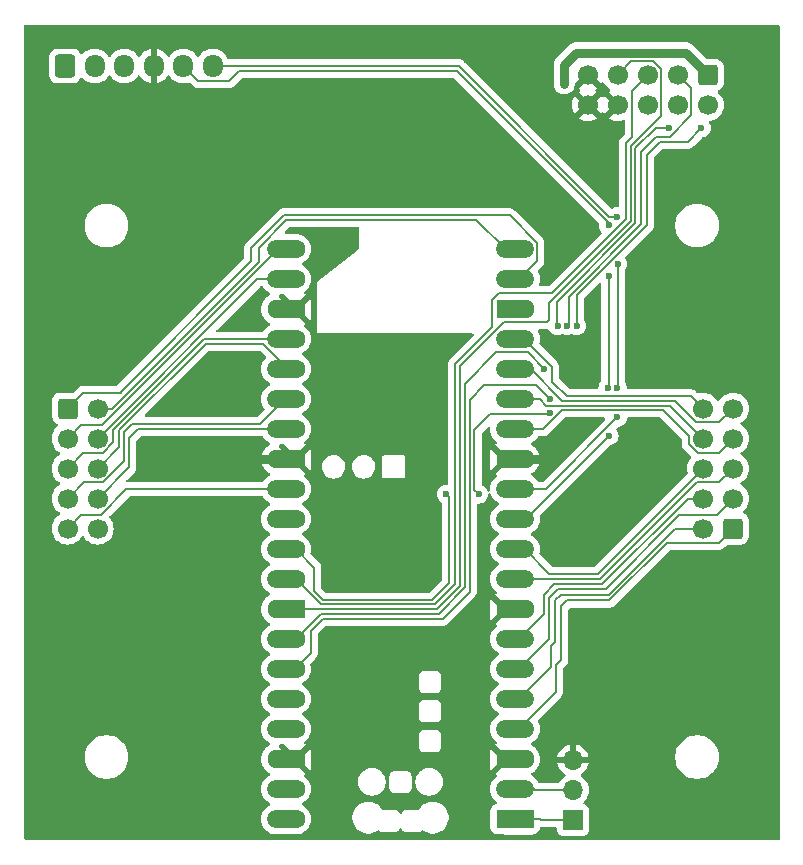
<source format=gtl>
G04 #@! TF.GenerationSoftware,KiCad,Pcbnew,8.0.5*
G04 #@! TF.CreationDate,2024-10-05T13:15:26+02:00*
G04 #@! TF.ProjectId,auxboard,61757862-6f61-4726-942e-6b696361645f,rev?*
G04 #@! TF.SameCoordinates,Original*
G04 #@! TF.FileFunction,Copper,L1,Top*
G04 #@! TF.FilePolarity,Positive*
%FSLAX46Y46*%
G04 Gerber Fmt 4.6, Leading zero omitted, Abs format (unit mm)*
G04 Created by KiCad (PCBNEW 8.0.5) date 2024-10-05 13:15:26*
%MOMM*%
%LPD*%
G01*
G04 APERTURE LIST*
G04 Aperture macros list*
%AMRoundRect*
0 Rectangle with rounded corners*
0 $1 Rounding radius*
0 $2 $3 $4 $5 $6 $7 $8 $9 X,Y pos of 4 corners*
0 Add a 4 corners polygon primitive as box body*
4,1,4,$2,$3,$4,$5,$6,$7,$8,$9,$2,$3,0*
0 Add four circle primitives for the rounded corners*
1,1,$1+$1,$2,$3*
1,1,$1+$1,$4,$5*
1,1,$1+$1,$6,$7*
1,1,$1+$1,$8,$9*
0 Add four rect primitives between the rounded corners*
20,1,$1+$1,$2,$3,$4,$5,0*
20,1,$1+$1,$4,$5,$6,$7,0*
20,1,$1+$1,$6,$7,$8,$9,0*
20,1,$1+$1,$8,$9,$2,$3,0*%
%AMFreePoly0*
4,1,28,0.178017,0.779942,0.347107,0.720775,0.498792,0.625465,0.625465,0.498792,0.720775,0.347107,0.779942,0.178017,0.800000,0.000000,0.779942,-0.178017,0.720775,-0.347107,0.625465,-0.498792,0.498792,-0.625465,0.347107,-0.720775,0.178017,-0.779942,0.000000,-0.800000,-2.200000,-0.800000,-2.205014,-0.794986,-2.244504,-0.794986,-2.324698,-0.756366,-2.380194,-0.686777,-2.400000,-0.600000,
-2.400000,0.600000,-2.380194,0.686777,-2.324698,0.756366,-2.244504,0.794986,-2.205014,0.794986,-2.200000,0.800000,0.000000,0.800000,0.178017,0.779942,0.178017,0.779942,$1*%
%AMFreePoly1*
4,1,28,0.605014,0.794986,0.644504,0.794986,0.724698,0.756366,0.780194,0.686777,0.800000,0.600000,0.800000,-0.600000,0.780194,-0.686777,0.724698,-0.756366,0.644504,-0.794986,0.605014,-0.794986,0.600000,-0.800000,0.000000,-0.800000,-0.178017,-0.779942,-0.347107,-0.720775,-0.498792,-0.625465,-0.625465,-0.498792,-0.720775,-0.347107,-0.779942,-0.178017,-0.800000,0.000000,-0.779942,0.178017,
-0.720775,0.347107,-0.625465,0.498792,-0.498792,0.625465,-0.347107,0.720775,-0.178017,0.779942,0.000000,0.800000,0.600000,0.800000,0.605014,0.794986,0.605014,0.794986,$1*%
%AMFreePoly2*
4,1,29,0.605014,0.794986,0.644504,0.794986,0.724698,0.756366,0.780194,0.686777,0.800000,0.600000,0.800000,-0.600000,0.780194,-0.686777,0.724698,-0.756366,0.644504,-0.794986,0.605014,-0.794986,0.600000,-0.800000,0.000000,-0.800000,-1.600000,-0.800000,-1.778017,-0.779942,-1.947107,-0.720775,-2.098792,-0.625465,-2.225465,-0.498792,-2.320775,-0.347107,-2.379942,-0.178017,-2.400000,0.000000,
-2.379942,0.178017,-2.320775,0.347107,-2.225465,0.498792,-2.098792,0.625465,-1.947107,0.720775,-1.778017,0.779942,-1.600000,0.800000,0.600000,0.800000,0.605014,0.794986,0.605014,0.794986,$1*%
%AMFreePoly3*
4,1,28,0.178017,0.779942,0.347107,0.720775,0.498792,0.625465,0.625465,0.498792,0.720775,0.347107,0.779942,0.178017,0.800000,0.000000,0.779942,-0.178017,0.720775,-0.347107,0.625465,-0.498792,0.498792,-0.625465,0.347107,-0.720775,0.178017,-0.779942,0.000000,-0.800000,-0.600000,-0.800000,-0.605014,-0.794986,-0.644504,-0.794986,-0.724698,-0.756366,-0.780194,-0.686777,-0.800000,-0.600000,
-0.800000,0.600000,-0.780194,0.686777,-0.724698,0.756366,-0.644504,0.794986,-0.605014,0.794986,-0.600000,0.800000,0.000000,0.800000,0.178017,0.779942,0.178017,0.779942,$1*%
%AMFreePoly4*
4,1,29,1.778017,0.779942,1.947107,0.720775,2.098792,0.625465,2.225465,0.498792,2.320775,0.347107,2.379942,0.178017,2.400000,0.000000,2.379942,-0.178017,2.320775,-0.347107,2.225465,-0.498792,2.098792,-0.625465,1.947107,-0.720775,1.778017,-0.779942,1.600000,-0.800000,0.000000,-0.800000,-0.600000,-0.800000,-0.605014,-0.794986,-0.644504,-0.794986,-0.724698,-0.756366,-0.780194,-0.686777,
-0.800000,-0.600000,-0.800000,0.600000,-0.780194,0.686777,-0.724698,0.756366,-0.644504,0.794986,-0.605014,0.794986,-0.600000,0.800000,1.600000,0.800000,1.778017,0.779942,1.778017,0.779942,$1*%
G04 Aperture macros list end*
G04 #@! TA.AperFunction,ComponentPad*
%ADD10RoundRect,0.250000X-0.600000X0.600000X-0.600000X-0.600000X0.600000X-0.600000X0.600000X0.600000X0*%
G04 #@! TD*
G04 #@! TA.AperFunction,ComponentPad*
%ADD11C,1.700000*%
G04 #@! TD*
G04 #@! TA.AperFunction,ComponentPad*
%ADD12RoundRect,0.250000X-0.600000X-0.600000X0.600000X-0.600000X0.600000X0.600000X-0.600000X0.600000X0*%
G04 #@! TD*
G04 #@! TA.AperFunction,ComponentPad*
%ADD13RoundRect,0.250000X-0.600000X-0.725000X0.600000X-0.725000X0.600000X0.725000X-0.600000X0.725000X0*%
G04 #@! TD*
G04 #@! TA.AperFunction,ComponentPad*
%ADD14O,1.700000X1.950000*%
G04 #@! TD*
G04 #@! TA.AperFunction,ComponentPad*
%ADD15RoundRect,0.250000X0.600000X0.600000X-0.600000X0.600000X-0.600000X-0.600000X0.600000X-0.600000X0*%
G04 #@! TD*
G04 #@! TA.AperFunction,ComponentPad*
%ADD16RoundRect,0.200000X0.600000X0.600000X-0.600000X0.600000X-0.600000X-0.600000X0.600000X-0.600000X0*%
G04 #@! TD*
G04 #@! TA.AperFunction,SMDPad,CuDef*
%ADD17FreePoly0,180.000000*%
G04 #@! TD*
G04 #@! TA.AperFunction,ComponentPad*
%ADD18C,1.600000*%
G04 #@! TD*
G04 #@! TA.AperFunction,SMDPad,CuDef*
%ADD19RoundRect,0.800000X0.800000X0.000010X-0.800000X0.000010X-0.800000X-0.000010X0.800000X-0.000010X0*%
G04 #@! TD*
G04 #@! TA.AperFunction,ComponentPad*
%ADD20FreePoly1,180.000000*%
G04 #@! TD*
G04 #@! TA.AperFunction,SMDPad,CuDef*
%ADD21FreePoly2,180.000000*%
G04 #@! TD*
G04 #@! TA.AperFunction,ComponentPad*
%ADD22FreePoly3,180.000000*%
G04 #@! TD*
G04 #@! TA.AperFunction,SMDPad,CuDef*
%ADD23FreePoly4,180.000000*%
G04 #@! TD*
G04 #@! TA.AperFunction,ComponentPad*
%ADD24R,1.700000X1.700000*%
G04 #@! TD*
G04 #@! TA.AperFunction,ComponentPad*
%ADD25O,1.700000X1.700000*%
G04 #@! TD*
G04 #@! TA.AperFunction,ViaPad*
%ADD26C,0.600000*%
G04 #@! TD*
G04 #@! TA.AperFunction,Conductor*
%ADD27C,0.200000*%
G04 #@! TD*
G04 #@! TA.AperFunction,Conductor*
%ADD28C,0.800000*%
G04 #@! TD*
G04 APERTURE END LIST*
D10*
X158410000Y-54750000D03*
D11*
X158410000Y-57290000D03*
X155870000Y-54750000D03*
X155870000Y-57290000D03*
X153330000Y-54750000D03*
X153330000Y-57290000D03*
X150790000Y-54750000D03*
X150790000Y-57290000D03*
X148250000Y-54750000D03*
X148250000Y-57290000D03*
D12*
X104210000Y-83000000D03*
D11*
X106750000Y-83000000D03*
X104210000Y-85540000D03*
X106750000Y-85540000D03*
X104210000Y-88080000D03*
X106750000Y-88080000D03*
X104210000Y-90620000D03*
X106750000Y-90620000D03*
X104210000Y-93160000D03*
X106750000Y-93160000D03*
D13*
X104000000Y-54000000D03*
D14*
X106500000Y-54000000D03*
X109000000Y-54000000D03*
X111500000Y-54000000D03*
X114000000Y-54000000D03*
X116500000Y-54000000D03*
D15*
X160540000Y-93160000D03*
D11*
X158000000Y-93160000D03*
X160540000Y-90620000D03*
X158000000Y-90620000D03*
X160540000Y-88080000D03*
X158000000Y-88080000D03*
X160540000Y-85540000D03*
X158000000Y-85540000D03*
X160540000Y-83000000D03*
X158000000Y-83000000D03*
D16*
X141280000Y-117760000D03*
D17*
X141280000Y-117760000D03*
D18*
X141280000Y-115220000D03*
D19*
X142080000Y-115220000D03*
D20*
X141280000Y-112680000D03*
D21*
X141280000Y-112680000D03*
D18*
X141280000Y-110140000D03*
D19*
X142080000Y-110140000D03*
D18*
X141280000Y-107600000D03*
D19*
X142080000Y-107600000D03*
D18*
X141280000Y-105060000D03*
D19*
X142080000Y-105060000D03*
D18*
X141280000Y-102520000D03*
D19*
X142080000Y-102520000D03*
D20*
X141280000Y-99980000D03*
D21*
X141280000Y-99980000D03*
D18*
X141280000Y-97440000D03*
D19*
X142080000Y-97440000D03*
D18*
X141280000Y-94900000D03*
D19*
X142080000Y-94900000D03*
D18*
X141280000Y-92360000D03*
D19*
X142080000Y-92360000D03*
D18*
X141280000Y-89820000D03*
D19*
X142080000Y-89820000D03*
D20*
X141280000Y-87280000D03*
D21*
X141280000Y-87280000D03*
D18*
X141280000Y-84740000D03*
D19*
X142080000Y-84740000D03*
D18*
X141280000Y-82200000D03*
D19*
X142080000Y-82200000D03*
D18*
X141280000Y-79660000D03*
D19*
X142080000Y-79660000D03*
D18*
X141280000Y-77120000D03*
D19*
X142080000Y-77120000D03*
D20*
X141280000Y-74580000D03*
D21*
X141280000Y-74580000D03*
D18*
X141280000Y-72040000D03*
D19*
X142080000Y-72040000D03*
D18*
X141280000Y-69500000D03*
D19*
X142080000Y-69500000D03*
D18*
X123500000Y-69500000D03*
D19*
X122700000Y-69500000D03*
D18*
X123500000Y-72040000D03*
D19*
X122700000Y-72040000D03*
D22*
X123500000Y-74580000D03*
D23*
X123500000Y-74580000D03*
D18*
X123500000Y-77120000D03*
D19*
X122700000Y-77120000D03*
D18*
X123500000Y-79660000D03*
D19*
X122700000Y-79660000D03*
D18*
X123500000Y-82200000D03*
D19*
X122700000Y-82200000D03*
D18*
X123500000Y-84740000D03*
D19*
X122700000Y-84740000D03*
D22*
X123500000Y-87280000D03*
D23*
X123500000Y-87280000D03*
D18*
X123500000Y-89820000D03*
D19*
X122700000Y-89820000D03*
D18*
X123500000Y-92360000D03*
D19*
X122700000Y-92360000D03*
D18*
X123500000Y-94900000D03*
D19*
X122700000Y-94900000D03*
D18*
X123500000Y-97440000D03*
D19*
X122700000Y-97440000D03*
D22*
X123500000Y-99980000D03*
D23*
X123500000Y-99980000D03*
D18*
X123500000Y-102520000D03*
D19*
X122700000Y-102520000D03*
D18*
X123500000Y-105060000D03*
D19*
X122700000Y-105060000D03*
D18*
X123500000Y-107600000D03*
D19*
X122700000Y-107600000D03*
D18*
X123500000Y-110140000D03*
D19*
X122700000Y-110140000D03*
D22*
X123500000Y-112680000D03*
D23*
X123500000Y-112680000D03*
D18*
X123500000Y-115220000D03*
D19*
X122700000Y-115220000D03*
D18*
X123500000Y-117760000D03*
D19*
X122700000Y-117760000D03*
D24*
X147000000Y-117830000D03*
D25*
X147000000Y-115290000D03*
X147000000Y-112750000D03*
D26*
X150750000Y-83750000D03*
X150750000Y-81250000D03*
X150784148Y-70784148D03*
X150750000Y-66750000D03*
X146750000Y-86250000D03*
X120000000Y-76000000D03*
X148500000Y-79000000D03*
X146750000Y-92500000D03*
X113750000Y-87250000D03*
X120000000Y-81750000D03*
X113750000Y-81750000D03*
X146500000Y-76000000D03*
X145049265Y-82150000D03*
X157860000Y-59250000D03*
X147299997Y-76002763D03*
X136250000Y-90250000D03*
X139000000Y-90250000D03*
X145018329Y-83350000D03*
X145699997Y-76000000D03*
X144549265Y-79650000D03*
X155080000Y-59250000D03*
X150000000Y-71750000D03*
X150000000Y-67500000D03*
X150049265Y-85299265D03*
X149949997Y-81250000D03*
X146250000Y-55500000D03*
D27*
X156000000Y-92000000D02*
X159160000Y-92000000D01*
X149750000Y-98250000D02*
X156000000Y-92000000D01*
X141280000Y-105060000D02*
X142411370Y-105060000D01*
X145750000Y-98250000D02*
X149750000Y-98250000D01*
X142411370Y-105060000D02*
X145000000Y-102471370D01*
X145000000Y-99000000D02*
X145750000Y-98250000D01*
X145000000Y-102471370D02*
X145000000Y-99000000D01*
X159160000Y-92000000D02*
X160540000Y-90620000D01*
X145500000Y-102750000D02*
X145500000Y-99250000D01*
X145500000Y-99250000D02*
X146000000Y-98750000D01*
X150000000Y-98750000D02*
X155590000Y-93160000D01*
X141280000Y-107600000D02*
X142411370Y-107600000D01*
X145132843Y-103117157D02*
X145500000Y-102750000D01*
X155590000Y-93160000D02*
X158000000Y-93160000D01*
X145132843Y-104878527D02*
X145132843Y-103117157D01*
X146000000Y-98750000D02*
X150000000Y-98750000D01*
X142411370Y-107600000D02*
X145132843Y-104878527D01*
X150784148Y-81215852D02*
X150750000Y-81250000D01*
X144680000Y-89820000D02*
X141280000Y-89820000D01*
X150065686Y-66750000D02*
X137315686Y-54000000D01*
X150750000Y-66750000D02*
X150065686Y-66750000D01*
X150750000Y-83750000D02*
X144680000Y-89820000D01*
X137315686Y-54000000D02*
X116500000Y-54000000D01*
X150784148Y-70784148D02*
X150784148Y-81215852D01*
X141280000Y-97440000D02*
X149313654Y-97440000D01*
X157523654Y-89230000D02*
X159390000Y-89230000D01*
X159390000Y-89230000D02*
X160540000Y-88080000D01*
X149313654Y-97440000D02*
X157523654Y-89230000D01*
X145250000Y-80750000D02*
X146450000Y-81950000D01*
X156950000Y-81950000D02*
X158000000Y-83000000D01*
X142867794Y-77120000D02*
X145250000Y-79502206D01*
X145250000Y-79502206D02*
X145250000Y-80750000D01*
X141280000Y-77120000D02*
X142867794Y-77120000D01*
X146450000Y-81950000D02*
X156950000Y-81950000D01*
X141280000Y-110140000D02*
X142411370Y-110140000D01*
X159350000Y-94350000D02*
X160540000Y-93160000D01*
X150065686Y-99250000D02*
X154965686Y-94350000D01*
X142411370Y-110140000D02*
X145532843Y-107018527D01*
X146000000Y-104282843D02*
X146000000Y-99750000D01*
X146000000Y-99750000D02*
X146500000Y-99250000D01*
X145532843Y-107018527D02*
X145532843Y-104750000D01*
X145532843Y-104750000D02*
X146000000Y-104282843D01*
X146500000Y-99250000D02*
X150065686Y-99250000D01*
X154965686Y-94350000D02*
X159350000Y-94350000D01*
D28*
X113780000Y-87280000D02*
X113750000Y-87250000D01*
D27*
X146930000Y-112680000D02*
X147000000Y-112750000D01*
D28*
X141280000Y-87280000D02*
X145720000Y-87280000D01*
X123500000Y-87280000D02*
X113780000Y-87280000D01*
X145720000Y-87280000D02*
X146750000Y-86250000D01*
X113750000Y-81750000D02*
X120000000Y-81750000D01*
D27*
X150790000Y-54750000D02*
X151940000Y-53600000D01*
X137450000Y-97984314D02*
X135454314Y-99980000D01*
X154480000Y-54273654D02*
X154480000Y-58204314D01*
X151940000Y-53600000D02*
X153806346Y-53600000D01*
X141137077Y-75690031D02*
X137450000Y-79377108D01*
X144809969Y-75690031D02*
X141137077Y-75690031D01*
X151878511Y-60805803D02*
X151878511Y-67144197D01*
X153806346Y-53600000D02*
X154480000Y-54273654D01*
X145000000Y-74022708D02*
X145000000Y-75500000D01*
X154480000Y-58204314D02*
X151878511Y-60805803D01*
X137450000Y-79377108D02*
X137450000Y-97984314D01*
X151878511Y-67144197D02*
X145000000Y-74022708D01*
X135454314Y-99980000D02*
X123500000Y-99980000D01*
X145000000Y-75500000D02*
X144809969Y-75690031D01*
X146625000Y-73529080D02*
X152750000Y-67404080D01*
X124792843Y-101792843D02*
X125792843Y-100792843D01*
X155870000Y-54750000D02*
X157020000Y-55900000D01*
X135957157Y-100792843D02*
X138250000Y-98500000D01*
X152750000Y-67404080D02*
X152750000Y-61250000D01*
X146500000Y-76000000D02*
X146625000Y-75875000D01*
X138250000Y-98500000D02*
X138250000Y-82250000D01*
X125792843Y-100792843D02*
X135957157Y-100792843D01*
X143899265Y-81000000D02*
X145049265Y-82150000D01*
X139500000Y-81000000D02*
X143899265Y-81000000D01*
X138250000Y-82250000D02*
X139500000Y-81000000D01*
X157020000Y-55900000D02*
X157020000Y-58158530D01*
X154000000Y-60000000D02*
X155178530Y-60000000D01*
X157020000Y-58158530D02*
X155178530Y-60000000D01*
X124792843Y-103707157D02*
X124792843Y-101792843D01*
X146625000Y-75875000D02*
X146625000Y-73529080D01*
X123500000Y-105060000D02*
X123500000Y-105000000D01*
X152750000Y-61250000D02*
X154000000Y-60000000D01*
X123500000Y-105000000D02*
X124792843Y-103707157D01*
X120500000Y-84340000D02*
X109647058Y-84340000D01*
X108993529Y-87462817D02*
X107206346Y-89250000D01*
X105580000Y-89250000D02*
X104210000Y-90620000D01*
X122640000Y-82200000D02*
X120500000Y-84340000D01*
X123500000Y-82200000D02*
X122640000Y-82200000D01*
X108993529Y-84993529D02*
X108993529Y-87462817D01*
X109647058Y-84340000D02*
X108993529Y-84993529D01*
X107206346Y-89250000D02*
X105580000Y-89250000D01*
X157583654Y-86750000D02*
X159330000Y-86750000D01*
X141280000Y-84740000D02*
X144476858Y-84740000D01*
X146000000Y-83150000D02*
X154650000Y-83150000D01*
X159330000Y-86750000D02*
X160540000Y-85540000D01*
X156791827Y-85291827D02*
X156791827Y-85958173D01*
X144476858Y-84740000D02*
X146000000Y-83216858D01*
X156791827Y-85958173D02*
X157583654Y-86750000D01*
X146000000Y-83216858D02*
X146000000Y-83150000D01*
X154650000Y-83150000D02*
X156791827Y-85291827D01*
X106996346Y-92000000D02*
X105370000Y-92000000D01*
X105370000Y-92000000D02*
X104210000Y-93160000D01*
X109176346Y-89820000D02*
X106996346Y-92000000D01*
X123500000Y-89820000D02*
X109176346Y-89820000D01*
X123500000Y-94900000D02*
X125062843Y-96462843D01*
X125062843Y-98437157D02*
X125805686Y-99180000D01*
X136500000Y-90500000D02*
X136250000Y-90250000D01*
X138650000Y-84850000D02*
X140000000Y-83500000D01*
X138650000Y-89900000D02*
X138650000Y-84850000D01*
X125062843Y-96462843D02*
X125062843Y-98437157D01*
X144868329Y-83500000D02*
X145018329Y-83350000D01*
X154350000Y-60400000D02*
X153250000Y-61500000D01*
X136500000Y-97750000D02*
X136500000Y-90500000D01*
X125805686Y-99180000D02*
X135070000Y-99180000D01*
X139000000Y-90250000D02*
X138650000Y-89900000D01*
X156710000Y-60400000D02*
X154350000Y-60400000D01*
X153250000Y-67469766D02*
X147299997Y-73419769D01*
X135070000Y-99180000D02*
X136500000Y-97750000D01*
X140000000Y-83500000D02*
X144868329Y-83500000D01*
X157860000Y-59250000D02*
X156710000Y-60400000D01*
X147299997Y-73419769D02*
X147299997Y-76002763D01*
X153250000Y-61500000D02*
X153250000Y-67469766D01*
X140500000Y-78250000D02*
X137850000Y-80900000D01*
X137850000Y-98150000D02*
X135620000Y-100380000D01*
X144549265Y-79650000D02*
X143149265Y-78250000D01*
X137850000Y-80900000D02*
X137850000Y-98150000D01*
X152278511Y-67309883D02*
X152278511Y-60971489D01*
X125640000Y-100380000D02*
X123500000Y-102520000D01*
X145625000Y-73963394D02*
X152278511Y-67309883D01*
X135620000Y-100380000D02*
X125640000Y-100380000D01*
X145625000Y-75925003D02*
X145625000Y-73963394D01*
X145699997Y-76000000D02*
X145625000Y-75925003D01*
X154000000Y-59250000D02*
X155080000Y-59250000D01*
X152278511Y-60971489D02*
X154000000Y-59250000D01*
X143149265Y-78250000D02*
X140500000Y-78250000D01*
X107166346Y-86750000D02*
X105540000Y-86750000D01*
X105540000Y-86750000D02*
X104210000Y-88080000D01*
X108052843Y-85863503D02*
X107166346Y-86750000D01*
X108052843Y-84802843D02*
X108052843Y-85863503D01*
X115735686Y-77120000D02*
X108052843Y-84802843D01*
X123500000Y-77120000D02*
X115735686Y-77120000D01*
X141280000Y-82200000D02*
X144200000Y-82200000D01*
X155210000Y-82750000D02*
X158000000Y-85540000D01*
X144200000Y-82200000D02*
X144750000Y-82750000D01*
X144750000Y-82750000D02*
X155210000Y-82750000D01*
X144240000Y-117760000D02*
X144310000Y-117830000D01*
X141280000Y-117760000D02*
X144240000Y-117760000D01*
X144310000Y-117830000D02*
X147000000Y-117830000D01*
X143790000Y-115290000D02*
X147000000Y-115290000D01*
X143720000Y-115220000D02*
X143790000Y-115290000D01*
X141280000Y-115220000D02*
X143720000Y-115220000D01*
X141280000Y-79660000D02*
X143410000Y-79660000D01*
X146100000Y-82350000D02*
X155600000Y-82350000D01*
X143410000Y-79660000D02*
X146100000Y-82350000D01*
X157400000Y-84150000D02*
X159390000Y-84150000D01*
X159390000Y-84150000D02*
X160540000Y-83000000D01*
X155600000Y-82350000D02*
X157400000Y-84150000D01*
X156699340Y-90620000D02*
X158000000Y-90620000D01*
X144500000Y-100431370D02*
X144500000Y-98750000D01*
X142411370Y-102520000D02*
X144500000Y-100431370D01*
X141280000Y-102520000D02*
X142411370Y-102520000D01*
X145410000Y-97840000D02*
X149479340Y-97840000D01*
X144500000Y-98750000D02*
X145410000Y-97840000D01*
X149479340Y-97840000D02*
X156699340Y-90620000D01*
X122000000Y-69500000D02*
X107110000Y-84390000D01*
X107110000Y-84390000D02*
X105360000Y-84390000D01*
X123500000Y-69500000D02*
X122000000Y-69500000D01*
X105360000Y-84390000D02*
X104210000Y-85540000D01*
X152000000Y-60000000D02*
X152000000Y-56080000D01*
X123500000Y-97440000D02*
X125640000Y-99580000D01*
X151478511Y-66978511D02*
X151478511Y-60521489D01*
X145207022Y-73250000D02*
X151478511Y-66978511D01*
X140690418Y-73250000D02*
X145207022Y-73250000D01*
X140169969Y-73770449D02*
X140690418Y-73250000D01*
X125640000Y-99580000D02*
X135288628Y-99580000D01*
X151478511Y-60521489D02*
X152000000Y-60000000D01*
X152000000Y-56080000D02*
X153330000Y-54750000D01*
X137000000Y-97868628D02*
X137000000Y-79261422D01*
X140169969Y-76091453D02*
X140169969Y-73770449D01*
X135288628Y-99580000D02*
X137000000Y-97868628D01*
X137000000Y-79261422D02*
X140169969Y-76091453D01*
X138810000Y-67030000D02*
X141280000Y-69500000D01*
X106750000Y-83000000D02*
X107934314Y-83000000D01*
X120375000Y-69375000D02*
X122720000Y-67030000D01*
X122720000Y-67030000D02*
X138810000Y-67030000D01*
X107934314Y-83000000D02*
X120375000Y-70559314D01*
X120375000Y-70559314D02*
X120375000Y-69375000D01*
X150000000Y-71750000D02*
X150000000Y-81199997D01*
X150000000Y-81199997D02*
X149949997Y-81250000D01*
X150049265Y-85299265D02*
X142988530Y-92360000D01*
X150000000Y-67500000D02*
X150000000Y-67250000D01*
X115275000Y-55275000D02*
X114000000Y-54000000D01*
X117875000Y-55275000D02*
X115275000Y-55275000D01*
X150000000Y-67250000D02*
X137150000Y-54400000D01*
X118750000Y-54400000D02*
X117875000Y-55275000D01*
X142988530Y-92360000D02*
X141280000Y-92360000D01*
X137150000Y-54400000D02*
X118750000Y-54400000D01*
X142900000Y-94900000D02*
X145000000Y-97000000D01*
X149080000Y-97000000D02*
X158000000Y-88080000D01*
X145000000Y-97000000D02*
X149080000Y-97000000D01*
X141280000Y-94900000D02*
X142900000Y-94900000D01*
X108585686Y-84835686D02*
X108585686Y-86244314D01*
X122884364Y-79660000D02*
X120744364Y-77520000D01*
X115901372Y-77520000D02*
X108585686Y-84835686D01*
X123500000Y-79660000D02*
X122884364Y-79660000D01*
X108585686Y-86244314D02*
X106750000Y-88080000D01*
X120744364Y-77520000D02*
X115901372Y-77520000D01*
X123500000Y-84740000D02*
X110153529Y-84740000D01*
X109393529Y-85500000D02*
X109393529Y-87976471D01*
X109393529Y-87976471D02*
X106750000Y-90620000D01*
X110153529Y-84740000D02*
X109393529Y-85500000D01*
X120250000Y-72040000D02*
X106750000Y-85540000D01*
X123500000Y-72040000D02*
X120250000Y-72040000D01*
X108684314Y-81684314D02*
X108684314Y-81565686D01*
X142411370Y-72040000D02*
X141280000Y-72040000D01*
X143980000Y-68980000D02*
X143980000Y-70471370D01*
X119750000Y-70500000D02*
X119750000Y-69380000D01*
X119750000Y-69380000D02*
X122500000Y-66630000D01*
X108684314Y-81565686D02*
X119750000Y-70500000D01*
X105525686Y-81684314D02*
X108684314Y-81684314D01*
X104210000Y-83000000D02*
X105525686Y-81684314D01*
X122500000Y-66630000D02*
X141630000Y-66630000D01*
X141630000Y-66630000D02*
X143980000Y-68980000D01*
X143980000Y-70471370D02*
X142411370Y-72040000D01*
D28*
X146250000Y-53900000D02*
X147250000Y-52900000D01*
X147250000Y-52900000D02*
X156560000Y-52900000D01*
X156560000Y-52900000D02*
X158410000Y-54750000D01*
X146250000Y-55500000D02*
X146250000Y-53900000D01*
G04 #@! TA.AperFunction,Conductor*
G36*
X122629731Y-111460185D02*
G01*
X122650373Y-111476819D01*
X123217486Y-112043933D01*
X123370590Y-112197037D01*
X123307007Y-112214075D01*
X123192993Y-112279901D01*
X123099901Y-112372993D01*
X123034075Y-112487007D01*
X123017037Y-112550590D01*
X122118628Y-111652181D01*
X122085143Y-111590858D01*
X122090127Y-111521166D01*
X122131999Y-111465233D01*
X122197463Y-111440816D01*
X122206309Y-111440500D01*
X122562692Y-111440500D01*
X122629731Y-111460185D01*
G37*
G04 #@! TD.AperFunction*
G04 #@! TA.AperFunction,Conductor*
G36*
X128858486Y-67650185D02*
G01*
X128904241Y-67702989D01*
X128914185Y-67772147D01*
X128906008Y-67801953D01*
X128890624Y-67839092D01*
X128890622Y-67839097D01*
X128852284Y-68031824D01*
X128849859Y-68130065D01*
X128849859Y-69464830D01*
X128830174Y-69531869D01*
X128801918Y-69562763D01*
X125290000Y-72290105D01*
X125290000Y-76630000D01*
X138482825Y-76630000D01*
X138549864Y-76649685D01*
X138595619Y-76702489D01*
X138605563Y-76771647D01*
X138576538Y-76835203D01*
X138570507Y-76841679D01*
X137530902Y-77881284D01*
X136631286Y-78780900D01*
X136519481Y-78892704D01*
X136519479Y-78892707D01*
X136469361Y-78979516D01*
X136469359Y-78979518D01*
X136440425Y-79029631D01*
X136440424Y-79029632D01*
X136440423Y-79029637D01*
X136399499Y-79182365D01*
X136399499Y-79182367D01*
X136399499Y-79350468D01*
X136399500Y-79350481D01*
X136399500Y-89322523D01*
X136379815Y-89389562D01*
X136327011Y-89435317D01*
X136261620Y-89445744D01*
X136254024Y-89444888D01*
X136250000Y-89444435D01*
X136249999Y-89444435D01*
X136249996Y-89444435D01*
X136070750Y-89464630D01*
X136070745Y-89464631D01*
X135900476Y-89524211D01*
X135747737Y-89620184D01*
X135620184Y-89747737D01*
X135524211Y-89900476D01*
X135464631Y-90070745D01*
X135464630Y-90070750D01*
X135444435Y-90249996D01*
X135444435Y-90250003D01*
X135464630Y-90429249D01*
X135464631Y-90429254D01*
X135524211Y-90599523D01*
X135620184Y-90752262D01*
X135747740Y-90879818D01*
X135841471Y-90938712D01*
X135887763Y-90991046D01*
X135899500Y-91043706D01*
X135899500Y-97449903D01*
X135879815Y-97516942D01*
X135863181Y-97537584D01*
X134857584Y-98543181D01*
X134796261Y-98576666D01*
X134769903Y-98579500D01*
X126105784Y-98579500D01*
X126038745Y-98559815D01*
X126018103Y-98543181D01*
X125699662Y-98224740D01*
X125666177Y-98163417D01*
X125663343Y-98137059D01*
X125663343Y-96551903D01*
X125663344Y-96551890D01*
X125663344Y-96383787D01*
X125662280Y-96379815D01*
X125622420Y-96231059D01*
X125620987Y-96228577D01*
X125543367Y-96094133D01*
X125543361Y-96094125D01*
X124791941Y-95342706D01*
X124758456Y-95281383D01*
X124759847Y-95222931D01*
X124785635Y-95126692D01*
X124805468Y-94900000D01*
X124803774Y-94880642D01*
X124799389Y-94830519D01*
X124785635Y-94673308D01*
X124726739Y-94453504D01*
X124630568Y-94247266D01*
X124500047Y-94060861D01*
X124500045Y-94060858D01*
X124339141Y-93899954D01*
X124152734Y-93769432D01*
X124152728Y-93769429D01*
X124094725Y-93742382D01*
X124042285Y-93696210D01*
X124023133Y-93629017D01*
X124043348Y-93562135D01*
X124094725Y-93517618D01*
X124152734Y-93490568D01*
X124339139Y-93360047D01*
X124500047Y-93199139D01*
X124630568Y-93012734D01*
X124726739Y-92806496D01*
X124785635Y-92586692D01*
X124805468Y-92360000D01*
X124785635Y-92133308D01*
X124726739Y-91913504D01*
X124630568Y-91707266D01*
X124500047Y-91520861D01*
X124500045Y-91520858D01*
X124339141Y-91359954D01*
X124152734Y-91229432D01*
X124152728Y-91229429D01*
X124094725Y-91202382D01*
X124042285Y-91156210D01*
X124023133Y-91089017D01*
X124043348Y-91022135D01*
X124094725Y-90977618D01*
X124152734Y-90950568D01*
X124339139Y-90820047D01*
X124500047Y-90659139D01*
X124630568Y-90472734D01*
X124726739Y-90266496D01*
X124785635Y-90046692D01*
X124805468Y-89820000D01*
X124785635Y-89593308D01*
X124726739Y-89373504D01*
X124630568Y-89167266D01*
X124500047Y-88980861D01*
X124500045Y-88980858D01*
X124339141Y-88819954D01*
X124272490Y-88773285D01*
X124228865Y-88718709D01*
X124221671Y-88649210D01*
X124253194Y-88586855D01*
X124306259Y-88553470D01*
X124364766Y-88534986D01*
X124389514Y-88523067D01*
X123629409Y-87762962D01*
X123692993Y-87745925D01*
X123807007Y-87680099D01*
X123900099Y-87587007D01*
X123965925Y-87472993D01*
X123982962Y-87409410D01*
X124743209Y-88169657D01*
X124777163Y-88081388D01*
X124777164Y-88081385D01*
X124797481Y-87992374D01*
X124806449Y-87930002D01*
X125733722Y-87930002D01*
X125752617Y-88122712D01*
X125808586Y-88308091D01*
X125808586Y-88308092D01*
X125880721Y-88443756D01*
X125899494Y-88479063D01*
X126021880Y-88629123D01*
X126171081Y-88752553D01*
X126341416Y-88844652D01*
X126341418Y-88844652D01*
X126341419Y-88844653D01*
X126526390Y-88901912D01*
X126526392Y-88901912D01*
X126526395Y-88901913D01*
X126718973Y-88922154D01*
X126911816Y-88904604D01*
X127097576Y-88849931D01*
X127165600Y-88814369D01*
X127269168Y-88760226D01*
X127269173Y-88760222D01*
X127269180Y-88760219D01*
X127420091Y-88638884D01*
X127544559Y-88490548D01*
X127637846Y-88320860D01*
X127696397Y-88136285D01*
X127717981Y-87943853D01*
X127716818Y-87930002D01*
X128273722Y-87930002D01*
X128292617Y-88122712D01*
X128348586Y-88308091D01*
X128348586Y-88308092D01*
X128420721Y-88443756D01*
X128439494Y-88479063D01*
X128561880Y-88629123D01*
X128711081Y-88752553D01*
X128881416Y-88844652D01*
X128881418Y-88844652D01*
X128881419Y-88844653D01*
X129066390Y-88901912D01*
X129066392Y-88901912D01*
X129066395Y-88901913D01*
X129258973Y-88922154D01*
X129451816Y-88904604D01*
X129637576Y-88849931D01*
X129705600Y-88814369D01*
X129809168Y-88760226D01*
X129809173Y-88760222D01*
X129809180Y-88760219D01*
X129960091Y-88638884D01*
X130084559Y-88490548D01*
X130177846Y-88320860D01*
X130236397Y-88136285D01*
X130257981Y-87943853D01*
X130241778Y-87750893D01*
X130188404Y-87564755D01*
X130099892Y-87392529D01*
X129979613Y-87240775D01*
X129864257Y-87142600D01*
X130818500Y-87142600D01*
X130818500Y-88717400D01*
X130818564Y-88718709D01*
X130820422Y-88756802D01*
X130850574Y-88829596D01*
X130850575Y-88829598D01*
X130850577Y-88829602D01*
X130906298Y-88885323D01*
X130952847Y-88904604D01*
X130979098Y-88915477D01*
X130979097Y-88915477D01*
X130979100Y-88915478D01*
X131018500Y-88917400D01*
X131018515Y-88917400D01*
X132593285Y-88917400D01*
X132593300Y-88917400D01*
X132632700Y-88915478D01*
X132705502Y-88885322D01*
X132705503Y-88885321D01*
X132705505Y-88885320D01*
X132761220Y-88829605D01*
X132761221Y-88829603D01*
X132761222Y-88829602D01*
X132791378Y-88756800D01*
X132793300Y-88717400D01*
X132793300Y-87142600D01*
X132791378Y-87103200D01*
X132761222Y-87030398D01*
X132761221Y-87030397D01*
X132761221Y-87030396D01*
X132705503Y-86974678D01*
X132652916Y-86952896D01*
X132632700Y-86944522D01*
X132593300Y-86942600D01*
X131805900Y-86942600D01*
X131018500Y-86942600D01*
X130988192Y-86944078D01*
X130979097Y-86944522D01*
X130906303Y-86974674D01*
X130906295Y-86974679D01*
X130850579Y-87030395D01*
X130850574Y-87030403D01*
X130820422Y-87103197D01*
X130820422Y-87103200D01*
X130818500Y-87142600D01*
X129864257Y-87142600D01*
X129832149Y-87115274D01*
X129832145Y-87115272D01*
X129832142Y-87115269D01*
X129663118Y-87020805D01*
X129478955Y-86960966D01*
X129286680Y-86938040D01*
X129286679Y-86938040D01*
X129227413Y-86942600D01*
X129093608Y-86952895D01*
X129093605Y-86952896D01*
X128907103Y-87004969D01*
X128734265Y-87092275D01*
X128581672Y-87211495D01*
X128455143Y-87358081D01*
X128359502Y-87526439D01*
X128298377Y-87710186D01*
X128274108Y-87902298D01*
X128274108Y-87902302D01*
X128273722Y-87930002D01*
X127716818Y-87930002D01*
X127701778Y-87750893D01*
X127648404Y-87564755D01*
X127559892Y-87392529D01*
X127439613Y-87240775D01*
X127292149Y-87115274D01*
X127292145Y-87115272D01*
X127292142Y-87115269D01*
X127123118Y-87020805D01*
X126938955Y-86960966D01*
X126746680Y-86938040D01*
X126746679Y-86938040D01*
X126687413Y-86942600D01*
X126553608Y-86952895D01*
X126553605Y-86952896D01*
X126367103Y-87004969D01*
X126194265Y-87092275D01*
X126041672Y-87211495D01*
X125915143Y-87358081D01*
X125819502Y-87526439D01*
X125758377Y-87710186D01*
X125734108Y-87902298D01*
X125734108Y-87902302D01*
X125733722Y-87930002D01*
X124806449Y-87930002D01*
X124809198Y-87910885D01*
X124809198Y-87910884D01*
X124805413Y-87864607D01*
X124805000Y-87854499D01*
X124805000Y-87360245D01*
X124805780Y-87346358D01*
X124806886Y-87336544D01*
X124806886Y-87223455D01*
X124805780Y-87213641D01*
X124805000Y-87199755D01*
X124805000Y-86748951D01*
X124806262Y-86731304D01*
X124809198Y-86710883D01*
X124809198Y-86710881D01*
X124797481Y-86567626D01*
X124777166Y-86478624D01*
X124777165Y-86478617D01*
X124752365Y-86400119D01*
X124745366Y-86388184D01*
X123982962Y-87150589D01*
X123965925Y-87087007D01*
X123900099Y-86972993D01*
X123807007Y-86879901D01*
X123692993Y-86814075D01*
X123629409Y-86797037D01*
X123777334Y-86649113D01*
X124389514Y-86036931D01*
X124389513Y-86036930D01*
X124364764Y-86025012D01*
X124364753Y-86025007D01*
X124303031Y-86001266D01*
X124247528Y-85958826D01*
X124223781Y-85893116D01*
X124239329Y-85824998D01*
X124276424Y-85783959D01*
X124339139Y-85740047D01*
X124500047Y-85579139D01*
X124630568Y-85392734D01*
X124726739Y-85186496D01*
X124785635Y-84966692D01*
X124805468Y-84740000D01*
X124785635Y-84513308D01*
X124726739Y-84293504D01*
X124630568Y-84087266D01*
X124500047Y-83900861D01*
X124500045Y-83900858D01*
X124339141Y-83739954D01*
X124152734Y-83609432D01*
X124152728Y-83609429D01*
X124094725Y-83582382D01*
X124042285Y-83536210D01*
X124023133Y-83469017D01*
X124043348Y-83402135D01*
X124094725Y-83357618D01*
X124152734Y-83330568D01*
X124339139Y-83200047D01*
X124500047Y-83039139D01*
X124630568Y-82852734D01*
X124726739Y-82646496D01*
X124785635Y-82426692D01*
X124805468Y-82200000D01*
X124785635Y-81973308D01*
X124726739Y-81753504D01*
X124630568Y-81547266D01*
X124500047Y-81360861D01*
X124500045Y-81360858D01*
X124339141Y-81199954D01*
X124152734Y-81069432D01*
X124152728Y-81069429D01*
X124094725Y-81042382D01*
X124042285Y-80996210D01*
X124023133Y-80929017D01*
X124043348Y-80862135D01*
X124094725Y-80817618D01*
X124152734Y-80790568D01*
X124339139Y-80660047D01*
X124500047Y-80499139D01*
X124630568Y-80312734D01*
X124726739Y-80106496D01*
X124785635Y-79886692D01*
X124805468Y-79660000D01*
X124785635Y-79433308D01*
X124726739Y-79213504D01*
X124630568Y-79007266D01*
X124500047Y-78820861D01*
X124500045Y-78820858D01*
X124339141Y-78659954D01*
X124152734Y-78529432D01*
X124152728Y-78529429D01*
X124094725Y-78502382D01*
X124042285Y-78456210D01*
X124023133Y-78389017D01*
X124043348Y-78322135D01*
X124094725Y-78277618D01*
X124152734Y-78250568D01*
X124339139Y-78120047D01*
X124500047Y-77959139D01*
X124630568Y-77772734D01*
X124726739Y-77566496D01*
X124785635Y-77346692D01*
X124805468Y-77120000D01*
X124785635Y-76893308D01*
X124738135Y-76716035D01*
X124726741Y-76673511D01*
X124726738Y-76673502D01*
X124707655Y-76632578D01*
X124630568Y-76467266D01*
X124500047Y-76280861D01*
X124500045Y-76280858D01*
X124339141Y-76119954D01*
X124272490Y-76073285D01*
X124228865Y-76018709D01*
X124221671Y-75949210D01*
X124253194Y-75886855D01*
X124306259Y-75853470D01*
X124364766Y-75834986D01*
X124389514Y-75823067D01*
X123629409Y-75062962D01*
X123692993Y-75045925D01*
X123807007Y-74980099D01*
X123900099Y-74887007D01*
X123965925Y-74772993D01*
X123982962Y-74709410D01*
X124743209Y-75469657D01*
X124777163Y-75381388D01*
X124777164Y-75381385D01*
X124797481Y-75292374D01*
X124809198Y-75210885D01*
X124809198Y-75210884D01*
X124805413Y-75164607D01*
X124805000Y-75154499D01*
X124805000Y-74660245D01*
X124805780Y-74646358D01*
X124806886Y-74636544D01*
X124806886Y-74523455D01*
X124805780Y-74513641D01*
X124805000Y-74499755D01*
X124805000Y-74048951D01*
X124806262Y-74031304D01*
X124809198Y-74010883D01*
X124809198Y-74010881D01*
X124797481Y-73867626D01*
X124777166Y-73778624D01*
X124777165Y-73778617D01*
X124752365Y-73700119D01*
X124745366Y-73688184D01*
X123982962Y-74450589D01*
X123965925Y-74387007D01*
X123900099Y-74272993D01*
X123807007Y-74179901D01*
X123692993Y-74114075D01*
X123629409Y-74097037D01*
X123782796Y-73943651D01*
X124389514Y-73336931D01*
X124389513Y-73336930D01*
X124364764Y-73325012D01*
X124364753Y-73325007D01*
X124303031Y-73301266D01*
X124247528Y-73258826D01*
X124223781Y-73193116D01*
X124239329Y-73124998D01*
X124276424Y-73083959D01*
X124339139Y-73040047D01*
X124500047Y-72879139D01*
X124630568Y-72692734D01*
X124726739Y-72486496D01*
X124785635Y-72266692D01*
X124805468Y-72040000D01*
X124785635Y-71813308D01*
X124726739Y-71593504D01*
X124630568Y-71387266D01*
X124500047Y-71200861D01*
X124500045Y-71200858D01*
X124339141Y-71039954D01*
X124152734Y-70909432D01*
X124152728Y-70909429D01*
X124094725Y-70882382D01*
X124042285Y-70836210D01*
X124023133Y-70769017D01*
X124043348Y-70702135D01*
X124094725Y-70657618D01*
X124152734Y-70630568D01*
X124339139Y-70500047D01*
X124500047Y-70339139D01*
X124630568Y-70152734D01*
X124726739Y-69946496D01*
X124785635Y-69726692D01*
X124805468Y-69500000D01*
X124802381Y-69464721D01*
X124788053Y-69300945D01*
X124785635Y-69273308D01*
X124730907Y-69069059D01*
X124726741Y-69053511D01*
X124726738Y-69053502D01*
X124654915Y-68899478D01*
X124630568Y-68847266D01*
X124500047Y-68660861D01*
X124500046Y-68660860D01*
X124500045Y-68660858D01*
X124339141Y-68499954D01*
X124152734Y-68369432D01*
X124152732Y-68369431D01*
X123946497Y-68273261D01*
X123946488Y-68273258D01*
X123726697Y-68214366D01*
X123726693Y-68214365D01*
X123726692Y-68214365D01*
X123726691Y-68214364D01*
X123726686Y-68214364D01*
X123500002Y-68194532D01*
X123499999Y-68194532D01*
X123475087Y-68196711D01*
X123448609Y-68199028D01*
X123437804Y-68199500D01*
X122699098Y-68199500D01*
X122632059Y-68179815D01*
X122586304Y-68127011D01*
X122576360Y-68057853D01*
X122605385Y-67994297D01*
X122611417Y-67987819D01*
X122932417Y-67666819D01*
X122993740Y-67633334D01*
X123020098Y-67630500D01*
X128791447Y-67630500D01*
X128858486Y-67650185D01*
G37*
G04 #@! TD.AperFunction*
G04 #@! TA.AperFunction,Conductor*
G36*
X154416942Y-83770185D02*
G01*
X154437584Y-83786819D01*
X156155008Y-85504243D01*
X156188493Y-85565566D01*
X156191327Y-85591924D01*
X156191327Y-85871503D01*
X156191326Y-85871521D01*
X156191326Y-86037227D01*
X156191325Y-86037227D01*
X156232251Y-86189960D01*
X156248341Y-86217828D01*
X156248342Y-86217830D01*
X156311304Y-86326885D01*
X156311308Y-86326890D01*
X156430176Y-86445758D01*
X156430182Y-86445763D01*
X156989579Y-87005160D01*
X157023064Y-87066483D01*
X157018080Y-87136175D01*
X156989582Y-87180519D01*
X156961506Y-87208596D01*
X156825965Y-87402169D01*
X156825964Y-87402171D01*
X156726098Y-87616335D01*
X156726094Y-87616344D01*
X156664938Y-87844586D01*
X156664936Y-87844596D01*
X156644341Y-88079999D01*
X156644341Y-88080000D01*
X156664936Y-88315403D01*
X156664938Y-88315413D01*
X156699327Y-88443756D01*
X156697664Y-88513606D01*
X156667233Y-88563530D01*
X148867584Y-96363181D01*
X148806261Y-96396666D01*
X148779903Y-96399500D01*
X145300097Y-96399500D01*
X145233058Y-96379815D01*
X145212416Y-96363181D01*
X144176168Y-95326933D01*
X144142683Y-95265610D01*
X144144074Y-95207159D01*
X144145750Y-95200900D01*
X144165635Y-95126692D01*
X144180500Y-94956784D01*
X144180500Y-94843216D01*
X144165635Y-94673308D01*
X144106739Y-94453504D01*
X144010568Y-94247266D01*
X143880047Y-94060861D01*
X143880045Y-94060858D01*
X143719141Y-93899954D01*
X143532734Y-93769432D01*
X143532728Y-93769429D01*
X143474725Y-93742382D01*
X143422285Y-93696210D01*
X143403133Y-93629017D01*
X143423348Y-93562135D01*
X143474725Y-93517618D01*
X143532734Y-93490568D01*
X143719139Y-93360047D01*
X143880047Y-93199139D01*
X144010568Y-93012734D01*
X144106739Y-92806496D01*
X144165635Y-92586692D01*
X144180500Y-92416784D01*
X144180500Y-92303216D01*
X144165635Y-92133308D01*
X144165633Y-92133302D01*
X144162783Y-92122664D01*
X144164444Y-92052814D01*
X144194874Y-92002889D01*
X150067800Y-86129963D01*
X150129121Y-86096480D01*
X150141576Y-86094428D01*
X150228520Y-86084633D01*
X150398787Y-86025054D01*
X150551527Y-85929081D01*
X150679081Y-85801527D01*
X150775054Y-85648787D01*
X150834633Y-85478520D01*
X150834634Y-85478514D01*
X150854830Y-85299268D01*
X150854830Y-85299258D01*
X150834634Y-85120015D01*
X150834633Y-85120010D01*
X150775053Y-84949740D01*
X150720028Y-84862169D01*
X150682742Y-84802830D01*
X150663742Y-84735595D01*
X150684109Y-84668760D01*
X150700050Y-84649183D01*
X150768535Y-84580698D01*
X150829856Y-84547215D01*
X150842311Y-84545163D01*
X150929255Y-84535368D01*
X151099522Y-84475789D01*
X151252262Y-84379816D01*
X151379816Y-84252262D01*
X151475789Y-84099522D01*
X151535368Y-83929255D01*
X151538568Y-83900861D01*
X151543102Y-83860617D01*
X151570168Y-83796203D01*
X151627763Y-83756648D01*
X151666322Y-83750500D01*
X154349903Y-83750500D01*
X154416942Y-83770185D01*
G37*
G04 #@! TD.AperFunction*
G04 #@! TA.AperFunction,Conductor*
G36*
X139899667Y-84552079D02*
G01*
X139955601Y-84593950D01*
X139980018Y-84659415D01*
X139979862Y-84679067D01*
X139974532Y-84739996D01*
X139974532Y-84740001D01*
X139994364Y-84966686D01*
X139994366Y-84966697D01*
X140053258Y-85186488D01*
X140053261Y-85186497D01*
X140149431Y-85392732D01*
X140149432Y-85392734D01*
X140279954Y-85579141D01*
X140440858Y-85740045D01*
X140507509Y-85786714D01*
X140551134Y-85841290D01*
X140558328Y-85910788D01*
X140526806Y-85973143D01*
X140473741Y-86006528D01*
X140415238Y-86025010D01*
X140390485Y-86036930D01*
X140390485Y-86036931D01*
X141002666Y-86649113D01*
X141150590Y-86797037D01*
X141087007Y-86814075D01*
X140972993Y-86879901D01*
X140879901Y-86972993D01*
X140814075Y-87087007D01*
X140797037Y-87150590D01*
X140036789Y-86390342D01*
X140002836Y-86478611D01*
X140002836Y-86478613D01*
X139982518Y-86567625D01*
X139970802Y-86649113D01*
X139974587Y-86695391D01*
X139975000Y-86705500D01*
X139975000Y-87199755D01*
X139974220Y-87213641D01*
X139973114Y-87223455D01*
X139973114Y-87336544D01*
X139974220Y-87346358D01*
X139975000Y-87360245D01*
X139975000Y-87811048D01*
X139973738Y-87828694D01*
X139970802Y-87849115D01*
X139970801Y-87849118D01*
X139982518Y-87992373D01*
X140002833Y-88081375D01*
X140002834Y-88081382D01*
X140027634Y-88159880D01*
X140034631Y-88171813D01*
X140797037Y-87409409D01*
X140814075Y-87472993D01*
X140879901Y-87587007D01*
X140972993Y-87680099D01*
X141087007Y-87745925D01*
X141150590Y-87762962D01*
X140390485Y-88523067D01*
X140415234Y-88534986D01*
X140476968Y-88558733D01*
X140532471Y-88601173D01*
X140556218Y-88666883D01*
X140540670Y-88735001D01*
X140503574Y-88776041D01*
X140440856Y-88819956D01*
X140279954Y-88980858D01*
X140149432Y-89167265D01*
X140149431Y-89167267D01*
X140053261Y-89373502D01*
X140053258Y-89373511D01*
X139994366Y-89593302D01*
X139994364Y-89593313D01*
X139974532Y-89819998D01*
X139974532Y-89820002D01*
X139980606Y-89889433D01*
X139966839Y-89957933D01*
X139918224Y-90008116D01*
X139850195Y-90024049D01*
X139784351Y-90000673D01*
X139741598Y-89945411D01*
X139740036Y-89941194D01*
X139725789Y-89900478D01*
X139681819Y-89830500D01*
X139629816Y-89747738D01*
X139502262Y-89620184D01*
X139459480Y-89593302D01*
X139349524Y-89524212D01*
X139349525Y-89524212D01*
X139347785Y-89523603D01*
X139333541Y-89518619D01*
X139276768Y-89477897D01*
X139251022Y-89412944D01*
X139250500Y-89401579D01*
X139250500Y-85150096D01*
X139270185Y-85083057D01*
X139286815Y-85062419D01*
X139768655Y-84580578D01*
X139829976Y-84547095D01*
X139899667Y-84552079D01*
G37*
G04 #@! TD.AperFunction*
G04 #@! TA.AperFunction,Conductor*
G36*
X120735347Y-85360185D02*
G01*
X120769880Y-85393374D01*
X120847511Y-85504243D01*
X120899954Y-85579141D01*
X121060858Y-85740045D01*
X121060861Y-85740047D01*
X121247266Y-85870568D01*
X121295620Y-85893116D01*
X121298391Y-85894408D01*
X121350831Y-85940580D01*
X121369983Y-86007773D01*
X121349767Y-86074655D01*
X121299793Y-86118508D01*
X121282024Y-86127065D01*
X121129377Y-86222980D01*
X121040963Y-86293487D01*
X120913487Y-86420963D01*
X120842980Y-86509377D01*
X120747066Y-86662023D01*
X120698002Y-86763905D01*
X120638461Y-86934066D01*
X120638459Y-86934072D01*
X120613298Y-87044310D01*
X120613296Y-87044326D01*
X120593113Y-87223452D01*
X120593113Y-87336547D01*
X120613296Y-87515673D01*
X120613298Y-87515689D01*
X120638459Y-87625927D01*
X120638461Y-87625933D01*
X120698002Y-87796094D01*
X120747066Y-87897976D01*
X120842980Y-88050622D01*
X120913487Y-88139036D01*
X121040963Y-88266512D01*
X121129377Y-88337019D01*
X121282023Y-88432933D01*
X121299789Y-88441489D01*
X121351649Y-88488312D01*
X121369961Y-88555739D01*
X121348913Y-88622363D01*
X121298393Y-88665590D01*
X121247268Y-88689431D01*
X121247264Y-88689433D01*
X121060858Y-88819954D01*
X120899954Y-88980858D01*
X120832039Y-89077853D01*
X120769881Y-89166624D01*
X120715307Y-89210248D01*
X120668308Y-89219500D01*
X109299097Y-89219500D01*
X109232058Y-89199815D01*
X109186303Y-89147011D01*
X109176359Y-89077853D01*
X109205384Y-89014297D01*
X109211416Y-89007819D01*
X109632380Y-88586855D01*
X109874049Y-88345187D01*
X109953106Y-88208255D01*
X109994030Y-88055528D01*
X109994030Y-87897413D01*
X109994030Y-87889818D01*
X109994029Y-87889800D01*
X109994029Y-85800097D01*
X110013714Y-85733058D01*
X110030348Y-85712416D01*
X110365945Y-85376819D01*
X110427268Y-85343334D01*
X110453626Y-85340500D01*
X120668308Y-85340500D01*
X120735347Y-85360185D01*
G37*
G04 #@! TD.AperFunction*
G04 #@! TA.AperFunction,Conductor*
G36*
X149667942Y-83770185D02*
G01*
X149713697Y-83822989D01*
X149723641Y-83892147D01*
X149694616Y-83955703D01*
X149688584Y-83962181D01*
X144467584Y-89183181D01*
X144406261Y-89216666D01*
X144379903Y-89219500D01*
X144111692Y-89219500D01*
X144044653Y-89199815D01*
X144010119Y-89166625D01*
X143880047Y-88980861D01*
X143880045Y-88980858D01*
X143719141Y-88819954D01*
X143532734Y-88689432D01*
X143532732Y-88689431D01*
X143507765Y-88677788D01*
X143481606Y-88665590D01*
X143429168Y-88619418D01*
X143410016Y-88552225D01*
X143430232Y-88485344D01*
X143480212Y-88441488D01*
X143497977Y-88432932D01*
X143650622Y-88337019D01*
X143739036Y-88266512D01*
X143866512Y-88139036D01*
X143937019Y-88050622D01*
X144032933Y-87897976D01*
X144081997Y-87796094D01*
X144141538Y-87625933D01*
X144141540Y-87625927D01*
X144166701Y-87515689D01*
X144166703Y-87515673D01*
X144186886Y-87336547D01*
X144186887Y-87336547D01*
X144186887Y-87223453D01*
X144186886Y-87223452D01*
X144166703Y-87044326D01*
X144166701Y-87044310D01*
X144141540Y-86934072D01*
X144141538Y-86934066D01*
X144081997Y-86763905D01*
X144032933Y-86662023D01*
X143937019Y-86509377D01*
X143866512Y-86420963D01*
X143739036Y-86293487D01*
X143650622Y-86222980D01*
X143497975Y-86127066D01*
X143480208Y-86118509D01*
X143428349Y-86071685D01*
X143410038Y-86004257D01*
X143431088Y-85937634D01*
X143481603Y-85894410D01*
X143532734Y-85870568D01*
X143719139Y-85740047D01*
X143880047Y-85579139D01*
X144010118Y-85393375D01*
X144064693Y-85349752D01*
X144111692Y-85340500D01*
X144390189Y-85340500D01*
X144390205Y-85340501D01*
X144397801Y-85340501D01*
X144555912Y-85340501D01*
X144555915Y-85340501D01*
X144708643Y-85299577D01*
X144720123Y-85292948D01*
X144762962Y-85268216D01*
X144762963Y-85268215D01*
X144845574Y-85220520D01*
X144957378Y-85108716D01*
X144957378Y-85108714D01*
X144967582Y-85098511D01*
X144967585Y-85098506D01*
X146279274Y-83786819D01*
X146340597Y-83753334D01*
X146366955Y-83750500D01*
X149600903Y-83750500D01*
X149667942Y-83770185D01*
G37*
G04 #@! TD.AperFunction*
G04 #@! TA.AperFunction,Conductor*
G36*
X122629731Y-86060185D02*
G01*
X122650373Y-86076819D01*
X123222666Y-86649113D01*
X123370590Y-86797037D01*
X123307007Y-86814075D01*
X123192993Y-86879901D01*
X123099901Y-86972993D01*
X123034075Y-87087007D01*
X123017037Y-87150590D01*
X122118628Y-86252181D01*
X122085143Y-86190858D01*
X122090127Y-86121166D01*
X122131999Y-86065233D01*
X122197463Y-86040816D01*
X122206309Y-86040500D01*
X122562692Y-86040500D01*
X122629731Y-86060185D01*
G37*
G04 #@! TD.AperFunction*
G04 #@! TA.AperFunction,Conductor*
G36*
X120511306Y-78140185D02*
G01*
X120531948Y-78156819D01*
X120960289Y-78585160D01*
X120993774Y-78646483D01*
X120988790Y-78716175D01*
X120960291Y-78760521D01*
X120899952Y-78820861D01*
X120769432Y-79007265D01*
X120769431Y-79007267D01*
X120673261Y-79213502D01*
X120673258Y-79213511D01*
X120614366Y-79433302D01*
X120614364Y-79433312D01*
X120599500Y-79603214D01*
X120599500Y-79716785D01*
X120614364Y-79886687D01*
X120614366Y-79886697D01*
X120673258Y-80106488D01*
X120673261Y-80106497D01*
X120769431Y-80312732D01*
X120769432Y-80312734D01*
X120899954Y-80499141D01*
X121060858Y-80660045D01*
X121095207Y-80684096D01*
X121247266Y-80790568D01*
X121305275Y-80817618D01*
X121357714Y-80863791D01*
X121376866Y-80930984D01*
X121356650Y-80997865D01*
X121305275Y-81042382D01*
X121247267Y-81069431D01*
X121247265Y-81069432D01*
X121060858Y-81199954D01*
X120899954Y-81360858D01*
X120769432Y-81547265D01*
X120769431Y-81547267D01*
X120673261Y-81753502D01*
X120673258Y-81753511D01*
X120614366Y-81973302D01*
X120614364Y-81973312D01*
X120599500Y-82143214D01*
X120599500Y-82256785D01*
X120614364Y-82426687D01*
X120614366Y-82426697D01*
X120673258Y-82646488D01*
X120673261Y-82646497D01*
X120769431Y-82852732D01*
X120769432Y-82852734D01*
X120861554Y-82984299D01*
X120883881Y-83050505D01*
X120866871Y-83118273D01*
X120847660Y-83143103D01*
X120287584Y-83703181D01*
X120226261Y-83736666D01*
X120199903Y-83739500D01*
X110830469Y-83739500D01*
X110763430Y-83719815D01*
X110717675Y-83667011D01*
X110707731Y-83597853D01*
X110736756Y-83534297D01*
X110742788Y-83527819D01*
X116113788Y-78156819D01*
X116175111Y-78123334D01*
X116201469Y-78120500D01*
X120444267Y-78120500D01*
X120511306Y-78140185D01*
G37*
G04 #@! TD.AperFunction*
G04 #@! TA.AperFunction,Conductor*
G36*
X149318834Y-72352680D02*
G01*
X149374767Y-72394552D01*
X149399184Y-72460016D01*
X149399500Y-72468862D01*
X149399500Y-80617057D01*
X149379815Y-80684096D01*
X149363181Y-80704738D01*
X149320181Y-80747737D01*
X149224208Y-80900476D01*
X149164628Y-81070745D01*
X149164627Y-81070750D01*
X149145628Y-81239383D01*
X149118562Y-81303797D01*
X149060967Y-81343352D01*
X149022408Y-81349500D01*
X146750097Y-81349500D01*
X146683058Y-81329815D01*
X146662416Y-81313181D01*
X145886819Y-80537584D01*
X145853334Y-80476261D01*
X145850500Y-80449903D01*
X145850500Y-79591265D01*
X145850501Y-79591252D01*
X145850501Y-79423151D01*
X145850501Y-79423149D01*
X145809577Y-79270421D01*
X145760886Y-79186086D01*
X145730520Y-79133490D01*
X145618716Y-79021686D01*
X145614385Y-79017355D01*
X145614374Y-79017345D01*
X144169362Y-77572333D01*
X144135877Y-77511010D01*
X144137268Y-77452559D01*
X144137820Y-77450497D01*
X144165635Y-77346692D01*
X144180500Y-77176784D01*
X144180500Y-77063216D01*
X144165635Y-76893308D01*
X144118135Y-76716035D01*
X144106741Y-76673511D01*
X144106740Y-76673510D01*
X144106739Y-76673504D01*
X144010568Y-76467266D01*
X144010567Y-76467265D01*
X144010414Y-76466936D01*
X143999922Y-76397859D01*
X144028442Y-76334074D01*
X144086918Y-76295835D01*
X144122796Y-76290531D01*
X144723300Y-76290531D01*
X144723316Y-76290532D01*
X144868609Y-76290532D01*
X144935648Y-76310217D01*
X144973603Y-76348560D01*
X145048192Y-76467267D01*
X145070181Y-76502262D01*
X145197735Y-76629816D01*
X145267261Y-76673502D01*
X145346814Y-76723489D01*
X145350475Y-76725789D01*
X145481530Y-76771647D01*
X145520742Y-76785368D01*
X145520747Y-76785369D01*
X145699993Y-76805565D01*
X145699997Y-76805565D01*
X145700001Y-76805565D01*
X145879246Y-76785369D01*
X145879248Y-76785368D01*
X145879252Y-76785368D01*
X145879255Y-76785366D01*
X145879259Y-76785366D01*
X146056092Y-76723489D01*
X146056843Y-76725637D01*
X146115125Y-76716035D01*
X146143589Y-76724391D01*
X146143905Y-76723489D01*
X146320745Y-76785368D01*
X146320750Y-76785369D01*
X146499996Y-76805565D01*
X146500000Y-76805565D01*
X146500004Y-76805565D01*
X146679249Y-76785369D01*
X146679251Y-76785368D01*
X146679255Y-76785368D01*
X146679258Y-76785366D01*
X146679262Y-76785366D01*
X146856095Y-76723489D01*
X146857213Y-76726685D01*
X146911065Y-76717277D01*
X146943744Y-76726702D01*
X146943902Y-76726252D01*
X147120742Y-76788131D01*
X147120747Y-76788132D01*
X147299993Y-76808328D01*
X147299997Y-76808328D01*
X147300001Y-76808328D01*
X147479246Y-76788132D01*
X147479249Y-76788131D01*
X147479252Y-76788131D01*
X147649519Y-76728552D01*
X147802259Y-76632579D01*
X147929813Y-76505025D01*
X148025786Y-76352285D01*
X148085365Y-76182018D01*
X148097616Y-76073285D01*
X148105562Y-76002766D01*
X148105562Y-76002759D01*
X148085366Y-75823513D01*
X148085365Y-75823508D01*
X148025785Y-75653239D01*
X147992642Y-75600493D01*
X147929813Y-75500501D01*
X147929811Y-75500499D01*
X147929810Y-75500497D01*
X147927547Y-75497659D01*
X147926656Y-75495478D01*
X147926108Y-75494605D01*
X147926261Y-75494508D01*
X147901141Y-75432972D01*
X147900497Y-75420350D01*
X147900497Y-73719865D01*
X147920182Y-73652826D01*
X147936811Y-73632189D01*
X149187819Y-72381180D01*
X149249142Y-72347696D01*
X149318834Y-72352680D01*
G37*
G04 #@! TD.AperFunction*
G04 #@! TA.AperFunction,Conductor*
G36*
X120735347Y-72660185D02*
G01*
X120769880Y-72693374D01*
X120812306Y-72753965D01*
X120899954Y-72879141D01*
X121060858Y-73040045D01*
X121060861Y-73040047D01*
X121247266Y-73170568D01*
X121295620Y-73193116D01*
X121298391Y-73194408D01*
X121350831Y-73240580D01*
X121369983Y-73307773D01*
X121349767Y-73374655D01*
X121299793Y-73418508D01*
X121282024Y-73427065D01*
X121129377Y-73522980D01*
X121040963Y-73593487D01*
X120913487Y-73720963D01*
X120842980Y-73809377D01*
X120747066Y-73962023D01*
X120698002Y-74063905D01*
X120638461Y-74234066D01*
X120638459Y-74234072D01*
X120613298Y-74344310D01*
X120613296Y-74344326D01*
X120593113Y-74523452D01*
X120593113Y-74636547D01*
X120613296Y-74815673D01*
X120613298Y-74815689D01*
X120638459Y-74925927D01*
X120638461Y-74925933D01*
X120698002Y-75096094D01*
X120747066Y-75197976D01*
X120842980Y-75350622D01*
X120913487Y-75439036D01*
X121040963Y-75566512D01*
X121129377Y-75637019D01*
X121282023Y-75732933D01*
X121299789Y-75741489D01*
X121351649Y-75788312D01*
X121369961Y-75855739D01*
X121348913Y-75922363D01*
X121298393Y-75965591D01*
X121247264Y-75989433D01*
X121060858Y-76119954D01*
X120899954Y-76280858D01*
X120849941Y-76352286D01*
X120769881Y-76466624D01*
X120715307Y-76510248D01*
X120668308Y-76519500D01*
X116919097Y-76519500D01*
X116852058Y-76499815D01*
X116806303Y-76447011D01*
X116796359Y-76377853D01*
X116825384Y-76314297D01*
X116831416Y-76307819D01*
X120462416Y-72676819D01*
X120523739Y-72643334D01*
X120550097Y-72640500D01*
X120668308Y-72640500D01*
X120735347Y-72660185D01*
G37*
G04 #@! TD.AperFunction*
G04 #@! TA.AperFunction,Conductor*
G36*
X122629731Y-73360185D02*
G01*
X122650373Y-73376819D01*
X123217204Y-73943651D01*
X123370590Y-74097037D01*
X123307007Y-74114075D01*
X123192993Y-74179901D01*
X123099901Y-74272993D01*
X123034075Y-74387007D01*
X123017037Y-74450590D01*
X122118628Y-73552181D01*
X122085143Y-73490858D01*
X122090127Y-73421166D01*
X122131999Y-73365233D01*
X122197463Y-73340816D01*
X122206309Y-73340500D01*
X122562692Y-73340500D01*
X122629731Y-73360185D01*
G37*
G04 #@! TD.AperFunction*
G04 #@! TA.AperFunction,Conductor*
G36*
X140964933Y-73927229D02*
G01*
X141009283Y-73955731D01*
X141150589Y-74097037D01*
X141087007Y-74114075D01*
X140972993Y-74179901D01*
X140879901Y-74272993D01*
X140814075Y-74387007D01*
X140798494Y-74445152D01*
X140773303Y-74399018D01*
X140770469Y-74372660D01*
X140770469Y-74070546D01*
X140790154Y-74003507D01*
X140806781Y-73982871D01*
X140833923Y-73955729D01*
X140895242Y-73922246D01*
X140964933Y-73927229D01*
G37*
G04 #@! TD.AperFunction*
G04 #@! TA.AperFunction,Conductor*
G36*
X149364925Y-55511373D02*
G01*
X149418119Y-55435405D01*
X149472696Y-55391781D01*
X149542195Y-55384588D01*
X149604549Y-55416110D01*
X149621269Y-55435405D01*
X149751505Y-55621401D01*
X149918599Y-55788495D01*
X150104158Y-55918425D01*
X150104594Y-55918730D01*
X150148218Y-55973307D01*
X150155411Y-56042806D01*
X150123889Y-56105160D01*
X150104593Y-56121880D01*
X150028626Y-56175072D01*
X150028625Y-56175072D01*
X150660590Y-56807037D01*
X150597007Y-56824075D01*
X150482993Y-56889901D01*
X150389901Y-56982993D01*
X150324075Y-57097007D01*
X150307037Y-57160590D01*
X149675072Y-56528625D01*
X149675072Y-56528626D01*
X149621574Y-56605030D01*
X149566998Y-56648655D01*
X149497499Y-56655849D01*
X149435144Y-56624326D01*
X149418424Y-56605030D01*
X149364925Y-56528626D01*
X149364925Y-56528625D01*
X148732962Y-57160589D01*
X148715925Y-57097007D01*
X148650099Y-56982993D01*
X148557007Y-56889901D01*
X148442993Y-56824075D01*
X148379410Y-56807037D01*
X149011373Y-56175073D01*
X148934969Y-56121576D01*
X148891344Y-56066999D01*
X148884150Y-55997501D01*
X148915672Y-55935146D01*
X148934968Y-55918425D01*
X149011373Y-55864925D01*
X148379409Y-55232962D01*
X148442993Y-55215925D01*
X148557007Y-55150099D01*
X148650099Y-55057007D01*
X148715925Y-54942993D01*
X148732962Y-54879410D01*
X149364925Y-55511373D01*
G37*
G04 #@! TD.AperFunction*
G04 #@! TA.AperFunction,Conductor*
G36*
X164442539Y-50520185D02*
G01*
X164488294Y-50572989D01*
X164499500Y-50624500D01*
X164499500Y-119375500D01*
X164479815Y-119442539D01*
X164427011Y-119488294D01*
X164375500Y-119499500D01*
X100624500Y-119499500D01*
X100557461Y-119479815D01*
X100511706Y-119427011D01*
X100500500Y-119375500D01*
X100500500Y-112378711D01*
X105649500Y-112378711D01*
X105649500Y-112621288D01*
X105681161Y-112861785D01*
X105743947Y-113096104D01*
X105832912Y-113310884D01*
X105836776Y-113320212D01*
X105958064Y-113530289D01*
X105958066Y-113530292D01*
X105958067Y-113530293D01*
X106105733Y-113722736D01*
X106105739Y-113722743D01*
X106277256Y-113894260D01*
X106277263Y-113894266D01*
X106379475Y-113972696D01*
X106469711Y-114041936D01*
X106679788Y-114163224D01*
X106903900Y-114256054D01*
X107138211Y-114318838D01*
X107318586Y-114342584D01*
X107378711Y-114350500D01*
X107378712Y-114350500D01*
X107621289Y-114350500D01*
X107669388Y-114344167D01*
X107861789Y-114318838D01*
X108096100Y-114256054D01*
X108320212Y-114163224D01*
X108530289Y-114041936D01*
X108722738Y-113894265D01*
X108894265Y-113722738D01*
X109041936Y-113530289D01*
X109163224Y-113320212D01*
X109256054Y-113096100D01*
X109318838Y-112861789D01*
X109350500Y-112621288D01*
X109350500Y-112378712D01*
X109318838Y-112138211D01*
X109256054Y-111903900D01*
X109163224Y-111679788D01*
X109041936Y-111469711D01*
X108940590Y-111337634D01*
X108894266Y-111277263D01*
X108894260Y-111277256D01*
X108722743Y-111105739D01*
X108722736Y-111105733D01*
X108530293Y-110958067D01*
X108530292Y-110958066D01*
X108530289Y-110958064D01*
X108320212Y-110836776D01*
X108320205Y-110836773D01*
X108096104Y-110743947D01*
X107861785Y-110681161D01*
X107621289Y-110649500D01*
X107621288Y-110649500D01*
X107378712Y-110649500D01*
X107378711Y-110649500D01*
X107138214Y-110681161D01*
X106903895Y-110743947D01*
X106679794Y-110836773D01*
X106679785Y-110836777D01*
X106469706Y-110958067D01*
X106277263Y-111105733D01*
X106277256Y-111105739D01*
X106105739Y-111277256D01*
X106105733Y-111277263D01*
X105958067Y-111469706D01*
X105836777Y-111679785D01*
X105836773Y-111679794D01*
X105743947Y-111903895D01*
X105681161Y-112138214D01*
X105649500Y-112378711D01*
X100500500Y-112378711D01*
X100500500Y-67378711D01*
X105649500Y-67378711D01*
X105649500Y-67621288D01*
X105681161Y-67861785D01*
X105743947Y-68096104D01*
X105792933Y-68214366D01*
X105836776Y-68320212D01*
X105958064Y-68530289D01*
X105958066Y-68530292D01*
X105958067Y-68530293D01*
X106105733Y-68722736D01*
X106105739Y-68722743D01*
X106277256Y-68894260D01*
X106277263Y-68894266D01*
X106390321Y-68981018D01*
X106469711Y-69041936D01*
X106679788Y-69163224D01*
X106903900Y-69256054D01*
X107138211Y-69318838D01*
X107318586Y-69342584D01*
X107378711Y-69350500D01*
X107378712Y-69350500D01*
X107621289Y-69350500D01*
X107669388Y-69344167D01*
X107861789Y-69318838D01*
X108096100Y-69256054D01*
X108320212Y-69163224D01*
X108530289Y-69041936D01*
X108722738Y-68894265D01*
X108894265Y-68722738D01*
X109041936Y-68530289D01*
X109163224Y-68320212D01*
X109256054Y-68096100D01*
X109318838Y-67861789D01*
X109350500Y-67621288D01*
X109350500Y-67378712D01*
X109318838Y-67138211D01*
X109256054Y-66903900D01*
X109163224Y-66679788D01*
X109041936Y-66469711D01*
X108894265Y-66277262D01*
X108894260Y-66277256D01*
X108722743Y-66105739D01*
X108722736Y-66105733D01*
X108530293Y-65958067D01*
X108530292Y-65958066D01*
X108530289Y-65958064D01*
X108320212Y-65836776D01*
X108320205Y-65836773D01*
X108096104Y-65743947D01*
X107861785Y-65681161D01*
X107621289Y-65649500D01*
X107621288Y-65649500D01*
X107378712Y-65649500D01*
X107378711Y-65649500D01*
X107138214Y-65681161D01*
X106903895Y-65743947D01*
X106679794Y-65836773D01*
X106679785Y-65836777D01*
X106469706Y-65958067D01*
X106277263Y-66105733D01*
X106277256Y-66105739D01*
X106105739Y-66277256D01*
X106105733Y-66277263D01*
X105958067Y-66469706D01*
X105836777Y-66679785D01*
X105836773Y-66679794D01*
X105743947Y-66903895D01*
X105681161Y-67138214D01*
X105649500Y-67378711D01*
X100500500Y-67378711D01*
X100500500Y-53224983D01*
X102649500Y-53224983D01*
X102649500Y-54775001D01*
X102649501Y-54775018D01*
X102660000Y-54877796D01*
X102660001Y-54877799D01*
X102705894Y-55016294D01*
X102715186Y-55044334D01*
X102807288Y-55193656D01*
X102931344Y-55317712D01*
X103080666Y-55409814D01*
X103247203Y-55464999D01*
X103349991Y-55475500D01*
X104650008Y-55475499D01*
X104752797Y-55464999D01*
X104919334Y-55409814D01*
X105068656Y-55317712D01*
X105192712Y-55193656D01*
X105284814Y-55044334D01*
X105284814Y-55044331D01*
X105288178Y-55038879D01*
X105340126Y-54992154D01*
X105409088Y-54980931D01*
X105473170Y-55008774D01*
X105481398Y-55016294D01*
X105620213Y-55155109D01*
X105792179Y-55280048D01*
X105792181Y-55280049D01*
X105792184Y-55280051D01*
X105981588Y-55376557D01*
X106183757Y-55442246D01*
X106393713Y-55475500D01*
X106393714Y-55475500D01*
X106606286Y-55475500D01*
X106606287Y-55475500D01*
X106816243Y-55442246D01*
X107018412Y-55376557D01*
X107207816Y-55280051D01*
X107249178Y-55250000D01*
X107379786Y-55155109D01*
X107379788Y-55155106D01*
X107379792Y-55155104D01*
X107530104Y-55004792D01*
X107649683Y-54840204D01*
X107705011Y-54797540D01*
X107774624Y-54791561D01*
X107836420Y-54824166D01*
X107850313Y-54840199D01*
X107924997Y-54942993D01*
X107969896Y-55004792D01*
X108120213Y-55155109D01*
X108292179Y-55280048D01*
X108292181Y-55280049D01*
X108292184Y-55280051D01*
X108481588Y-55376557D01*
X108683757Y-55442246D01*
X108893713Y-55475500D01*
X108893714Y-55475500D01*
X109106286Y-55475500D01*
X109106287Y-55475500D01*
X109316243Y-55442246D01*
X109518412Y-55376557D01*
X109707816Y-55280051D01*
X109749178Y-55250000D01*
X109879786Y-55155109D01*
X109879788Y-55155106D01*
X109879792Y-55155104D01*
X110030104Y-55004792D01*
X110149991Y-54839779D01*
X110205320Y-54797115D01*
X110274933Y-54791136D01*
X110336729Y-54823741D01*
X110350627Y-54839781D01*
X110470272Y-55004459D01*
X110470276Y-55004464D01*
X110620535Y-55154723D01*
X110620540Y-55154727D01*
X110792442Y-55279620D01*
X110981782Y-55376095D01*
X111183871Y-55441757D01*
X111250000Y-55452231D01*
X111250000Y-54404145D01*
X111316657Y-54442630D01*
X111437465Y-54475000D01*
X111562535Y-54475000D01*
X111683343Y-54442630D01*
X111750000Y-54404145D01*
X111750000Y-55452230D01*
X111816126Y-55441757D01*
X111816129Y-55441757D01*
X112018217Y-55376095D01*
X112207557Y-55279620D01*
X112379459Y-55154727D01*
X112379464Y-55154723D01*
X112529721Y-55004466D01*
X112649371Y-54839781D01*
X112704701Y-54797115D01*
X112774314Y-54791136D01*
X112836110Y-54823741D01*
X112850008Y-54839781D01*
X112969890Y-55004785D01*
X112969894Y-55004790D01*
X113120213Y-55155109D01*
X113292179Y-55280048D01*
X113292181Y-55280049D01*
X113292184Y-55280051D01*
X113481588Y-55376557D01*
X113683757Y-55442246D01*
X113893713Y-55475500D01*
X113893714Y-55475500D01*
X114106286Y-55475500D01*
X114106287Y-55475500D01*
X114316243Y-55442246D01*
X114452873Y-55397851D01*
X114522708Y-55395856D01*
X114578867Y-55428102D01*
X114790139Y-55639374D01*
X114790149Y-55639385D01*
X114794479Y-55643715D01*
X114794480Y-55643716D01*
X114906284Y-55755520D01*
X114963400Y-55788495D01*
X114993095Y-55805639D01*
X114993097Y-55805641D01*
X115043213Y-55834576D01*
X115043215Y-55834577D01*
X115195942Y-55875500D01*
X115195943Y-55875500D01*
X117788331Y-55875500D01*
X117788347Y-55875501D01*
X117795943Y-55875501D01*
X117954054Y-55875501D01*
X117954057Y-55875501D01*
X118106785Y-55834577D01*
X118156904Y-55805639D01*
X118243716Y-55755520D01*
X118355520Y-55643716D01*
X118355520Y-55643714D01*
X118365728Y-55633507D01*
X118365729Y-55633504D01*
X118962416Y-55036819D01*
X119023739Y-55003334D01*
X119050097Y-55000500D01*
X136849903Y-55000500D01*
X136916942Y-55020185D01*
X136937584Y-55036819D01*
X149173103Y-67272338D01*
X149206588Y-67333661D01*
X149208642Y-67373902D01*
X149194435Y-67499996D01*
X149194435Y-67500003D01*
X149214630Y-67679249D01*
X149214631Y-67679254D01*
X149274211Y-67849523D01*
X149370184Y-68002262D01*
X149400173Y-68032251D01*
X149433658Y-68093574D01*
X149428674Y-68163266D01*
X149400173Y-68207613D01*
X144994606Y-72613181D01*
X144933283Y-72646666D01*
X144906925Y-72649500D01*
X144224501Y-72649500D01*
X144157462Y-72629815D01*
X144111707Y-72577011D01*
X144101763Y-72507853D01*
X144105782Y-72491845D01*
X144105338Y-72491726D01*
X144134958Y-72381181D01*
X144165635Y-72266692D01*
X144180500Y-72096784D01*
X144180500Y-71983216D01*
X144165635Y-71813308D01*
X144106739Y-71593504D01*
X144016340Y-71399645D01*
X144005849Y-71330570D01*
X144034369Y-71266786D01*
X144041029Y-71259574D01*
X144338506Y-70962098D01*
X144338511Y-70962094D01*
X144348714Y-70951890D01*
X144348716Y-70951890D01*
X144460520Y-70840086D01*
X144523048Y-70731784D01*
X144539577Y-70703155D01*
X144580501Y-70550427D01*
X144580501Y-70392313D01*
X144580501Y-70384718D01*
X144580500Y-70384700D01*
X144580500Y-69069059D01*
X144580501Y-69069046D01*
X144580501Y-68900945D01*
X144580501Y-68900943D01*
X144539577Y-68748215D01*
X144489143Y-68660861D01*
X144460520Y-68611284D01*
X144348716Y-68499480D01*
X144344385Y-68495149D01*
X144344374Y-68495139D01*
X142117590Y-66268355D01*
X142117588Y-66268352D01*
X141998717Y-66149481D01*
X141998716Y-66149480D01*
X141911904Y-66099360D01*
X141911904Y-66099359D01*
X141911900Y-66099358D01*
X141861785Y-66070423D01*
X141709057Y-66029499D01*
X141550943Y-66029499D01*
X141543347Y-66029499D01*
X141543331Y-66029500D01*
X122579057Y-66029500D01*
X122420942Y-66029500D01*
X122268215Y-66070423D01*
X122268214Y-66070423D01*
X122268212Y-66070424D01*
X122268209Y-66070425D01*
X122218096Y-66099359D01*
X122218095Y-66099360D01*
X122207003Y-66105764D01*
X122131285Y-66149479D01*
X122131282Y-66149481D01*
X119269481Y-69011282D01*
X119269479Y-69011285D01*
X119219361Y-69098094D01*
X119219359Y-69098096D01*
X119190425Y-69148209D01*
X119190424Y-69148210D01*
X119182692Y-69177067D01*
X119149499Y-69300943D01*
X119149499Y-69300945D01*
X119149499Y-69469046D01*
X119149500Y-69469059D01*
X119149500Y-70199903D01*
X119129815Y-70266942D01*
X119113181Y-70287584D01*
X108353270Y-81047495D01*
X108291947Y-81080980D01*
X108265589Y-81083814D01*
X105612355Y-81083814D01*
X105612339Y-81083813D01*
X105604743Y-81083813D01*
X105446629Y-81083813D01*
X105332083Y-81114506D01*
X105293900Y-81124737D01*
X105281696Y-81131784D01*
X105281693Y-81131785D01*
X105156976Y-81203789D01*
X105156968Y-81203795D01*
X105045164Y-81315600D01*
X104747582Y-81613181D01*
X104686259Y-81646666D01*
X104659901Y-81649500D01*
X103559998Y-81649500D01*
X103559981Y-81649501D01*
X103457203Y-81660000D01*
X103457200Y-81660001D01*
X103290668Y-81715185D01*
X103290663Y-81715187D01*
X103141342Y-81807289D01*
X103017289Y-81931342D01*
X102925187Y-82080663D01*
X102925185Y-82080668D01*
X102904460Y-82143214D01*
X102870001Y-82247203D01*
X102870001Y-82247204D01*
X102870000Y-82247204D01*
X102859500Y-82349983D01*
X102859500Y-83650001D01*
X102859501Y-83650018D01*
X102870000Y-83752796D01*
X102870001Y-83752799D01*
X102925185Y-83919331D01*
X102925187Y-83919336D01*
X102931305Y-83929255D01*
X103017288Y-84068656D01*
X103141344Y-84192712D01*
X103290666Y-84284814D01*
X103299264Y-84287663D01*
X103356707Y-84327433D01*
X103383531Y-84391948D01*
X103371217Y-84460724D01*
X103342234Y-84497483D01*
X103342427Y-84497676D01*
X103340798Y-84499304D01*
X103339975Y-84500349D01*
X103338599Y-84501503D01*
X103171505Y-84668597D01*
X103035965Y-84862169D01*
X103035964Y-84862171D01*
X102936098Y-85076335D01*
X102936094Y-85076344D01*
X102874938Y-85304586D01*
X102874936Y-85304596D01*
X102854341Y-85539999D01*
X102854341Y-85540000D01*
X102874936Y-85775403D01*
X102874938Y-85775413D01*
X102936094Y-86003655D01*
X102936096Y-86003659D01*
X102936097Y-86003663D01*
X103022968Y-86189958D01*
X103035964Y-86217828D01*
X103035965Y-86217830D01*
X103171501Y-86411395D01*
X103171506Y-86411402D01*
X103338597Y-86578493D01*
X103338603Y-86578498D01*
X103524158Y-86708425D01*
X103567783Y-86763002D01*
X103574977Y-86832500D01*
X103543454Y-86894855D01*
X103524158Y-86911575D01*
X103338597Y-87041505D01*
X103171505Y-87208597D01*
X103035965Y-87402169D01*
X103035964Y-87402171D01*
X102936098Y-87616335D01*
X102936094Y-87616344D01*
X102874938Y-87844586D01*
X102874936Y-87844596D01*
X102854341Y-88079999D01*
X102854341Y-88080000D01*
X102874936Y-88315403D01*
X102874938Y-88315413D01*
X102936094Y-88543655D01*
X102936096Y-88543659D01*
X102936097Y-88543663D01*
X103004071Y-88689433D01*
X103035965Y-88757830D01*
X103035967Y-88757834D01*
X103171501Y-88951395D01*
X103171506Y-88951402D01*
X103338597Y-89118493D01*
X103338603Y-89118498D01*
X103524158Y-89248425D01*
X103567783Y-89303002D01*
X103574977Y-89372500D01*
X103543454Y-89434855D01*
X103524158Y-89451575D01*
X103338597Y-89581505D01*
X103171505Y-89748597D01*
X103035965Y-89942169D01*
X103035964Y-89942171D01*
X102936098Y-90156335D01*
X102936094Y-90156344D01*
X102874938Y-90384586D01*
X102874936Y-90384596D01*
X102854341Y-90619999D01*
X102854341Y-90620000D01*
X102874936Y-90855403D01*
X102874938Y-90855413D01*
X102936094Y-91083655D01*
X102936096Y-91083659D01*
X102936097Y-91083663D01*
X103035965Y-91297830D01*
X103035967Y-91297834D01*
X103171501Y-91491395D01*
X103171506Y-91491402D01*
X103338597Y-91658493D01*
X103338603Y-91658498D01*
X103524158Y-91788425D01*
X103567783Y-91843002D01*
X103574977Y-91912500D01*
X103543454Y-91974855D01*
X103524158Y-91991575D01*
X103338597Y-92121505D01*
X103171505Y-92288597D01*
X103035965Y-92482169D01*
X103035964Y-92482171D01*
X102936098Y-92696335D01*
X102936094Y-92696344D01*
X102874938Y-92924586D01*
X102874936Y-92924596D01*
X102854341Y-93159999D01*
X102854341Y-93160000D01*
X102874936Y-93395403D01*
X102874938Y-93395413D01*
X102936094Y-93623655D01*
X102936096Y-93623659D01*
X102936097Y-93623663D01*
X103016004Y-93795023D01*
X103035965Y-93837830D01*
X103035967Y-93837834D01*
X103144281Y-93992521D01*
X103171505Y-94031401D01*
X103338599Y-94198495D01*
X103381675Y-94228657D01*
X103532165Y-94334032D01*
X103532167Y-94334033D01*
X103532170Y-94334035D01*
X103746337Y-94433903D01*
X103974592Y-94495063D01*
X104162918Y-94511539D01*
X104209999Y-94515659D01*
X104210000Y-94515659D01*
X104210001Y-94515659D01*
X104249234Y-94512226D01*
X104445408Y-94495063D01*
X104673663Y-94433903D01*
X104887830Y-94334035D01*
X105081401Y-94198495D01*
X105248495Y-94031401D01*
X105378425Y-93845842D01*
X105433002Y-93802217D01*
X105502500Y-93795023D01*
X105564855Y-93826546D01*
X105581575Y-93845842D01*
X105711500Y-94031395D01*
X105711505Y-94031401D01*
X105878599Y-94198495D01*
X105921675Y-94228657D01*
X106072165Y-94334032D01*
X106072167Y-94334033D01*
X106072170Y-94334035D01*
X106286337Y-94433903D01*
X106514592Y-94495063D01*
X106702918Y-94511539D01*
X106749999Y-94515659D01*
X106750000Y-94515659D01*
X106750001Y-94515659D01*
X106789234Y-94512226D01*
X106985408Y-94495063D01*
X107213663Y-94433903D01*
X107427830Y-94334035D01*
X107621401Y-94198495D01*
X107788495Y-94031401D01*
X107924035Y-93837830D01*
X108023903Y-93623663D01*
X108085063Y-93395408D01*
X108105659Y-93160000D01*
X108085063Y-92924592D01*
X108023903Y-92696337D01*
X107924035Y-92482171D01*
X107878252Y-92416785D01*
X107788494Y-92288597D01*
X107760419Y-92260522D01*
X107726934Y-92199199D01*
X107731918Y-92129507D01*
X107760417Y-92085163D01*
X109388763Y-90456819D01*
X109450086Y-90423334D01*
X109476444Y-90420500D01*
X120668308Y-90420500D01*
X120735347Y-90440185D01*
X120769880Y-90473374D01*
X120855480Y-90595624D01*
X120899954Y-90659141D01*
X121060858Y-90820045D01*
X121060861Y-90820047D01*
X121247266Y-90950568D01*
X121305275Y-90977618D01*
X121357714Y-91023791D01*
X121376866Y-91090984D01*
X121356650Y-91157865D01*
X121305275Y-91202382D01*
X121247267Y-91229431D01*
X121247265Y-91229432D01*
X121060858Y-91359954D01*
X120899954Y-91520858D01*
X120769432Y-91707265D01*
X120769431Y-91707267D01*
X120673261Y-91913502D01*
X120673258Y-91913511D01*
X120614366Y-92133302D01*
X120614364Y-92133312D01*
X120599500Y-92303214D01*
X120599500Y-92416785D01*
X120614364Y-92586687D01*
X120614366Y-92586697D01*
X120673258Y-92806488D01*
X120673261Y-92806497D01*
X120769431Y-93012732D01*
X120769432Y-93012734D01*
X120899954Y-93199141D01*
X121060858Y-93360045D01*
X121060861Y-93360047D01*
X121247266Y-93490568D01*
X121305275Y-93517618D01*
X121357714Y-93563791D01*
X121376866Y-93630984D01*
X121356650Y-93697865D01*
X121305275Y-93742382D01*
X121247267Y-93769431D01*
X121247265Y-93769432D01*
X121060858Y-93899954D01*
X120899954Y-94060858D01*
X120769432Y-94247265D01*
X120769431Y-94247267D01*
X120673261Y-94453502D01*
X120673258Y-94453511D01*
X120614366Y-94673302D01*
X120614364Y-94673312D01*
X120599500Y-94843214D01*
X120599500Y-94956785D01*
X120614364Y-95126687D01*
X120614366Y-95126697D01*
X120673258Y-95346488D01*
X120673261Y-95346497D01*
X120769431Y-95552732D01*
X120769432Y-95552734D01*
X120899954Y-95739141D01*
X121060858Y-95900045D01*
X121060861Y-95900047D01*
X121247266Y-96030568D01*
X121305275Y-96057618D01*
X121357714Y-96103791D01*
X121376866Y-96170984D01*
X121356650Y-96237865D01*
X121305275Y-96282382D01*
X121247267Y-96309431D01*
X121247265Y-96309432D01*
X121060858Y-96439954D01*
X120899954Y-96600858D01*
X120769432Y-96787265D01*
X120769431Y-96787267D01*
X120673261Y-96993502D01*
X120673258Y-96993511D01*
X120614366Y-97213302D01*
X120614364Y-97213312D01*
X120599500Y-97383214D01*
X120599500Y-97496785D01*
X120614364Y-97666687D01*
X120614366Y-97666697D01*
X120673258Y-97886488D01*
X120673261Y-97886497D01*
X120769431Y-98092732D01*
X120769432Y-98092734D01*
X120899954Y-98279141D01*
X121060858Y-98440045D01*
X121060861Y-98440047D01*
X121247266Y-98570568D01*
X121265471Y-98579057D01*
X121297810Y-98594137D01*
X121350250Y-98640309D01*
X121369402Y-98707502D01*
X121349187Y-98774384D01*
X121299213Y-98818236D01*
X121281762Y-98826640D01*
X121281755Y-98826644D01*
X121129111Y-98922557D01*
X121040610Y-98993134D01*
X120913134Y-99120610D01*
X120842557Y-99209111D01*
X120746647Y-99361750D01*
X120697528Y-99463744D01*
X120637989Y-99633901D01*
X120637986Y-99633910D01*
X120612801Y-99744260D01*
X120612800Y-99744263D01*
X120592617Y-99923396D01*
X120592617Y-100036603D01*
X120612800Y-100215736D01*
X120612801Y-100215739D01*
X120637986Y-100326089D01*
X120637989Y-100326098D01*
X120697528Y-100496255D01*
X120746647Y-100598249D01*
X120805789Y-100692373D01*
X120842558Y-100750890D01*
X120913135Y-100839390D01*
X121040610Y-100966865D01*
X121129110Y-101037442D01*
X121281755Y-101133355D01*
X121281759Y-101133357D01*
X121299209Y-101141761D01*
X121351068Y-101188584D01*
X121369380Y-101256011D01*
X121348331Y-101322635D01*
X121297812Y-101365862D01*
X121247264Y-101389433D01*
X121060858Y-101519954D01*
X120899954Y-101680858D01*
X120769432Y-101867265D01*
X120769431Y-101867267D01*
X120673261Y-102073502D01*
X120673258Y-102073511D01*
X120614366Y-102293302D01*
X120614364Y-102293312D01*
X120599500Y-102463214D01*
X120599500Y-102576785D01*
X120614364Y-102746687D01*
X120614366Y-102746697D01*
X120673258Y-102966488D01*
X120673261Y-102966497D01*
X120769431Y-103172732D01*
X120769432Y-103172734D01*
X120899954Y-103359141D01*
X121060858Y-103520045D01*
X121060861Y-103520047D01*
X121247266Y-103650568D01*
X121305275Y-103677618D01*
X121357714Y-103723791D01*
X121376866Y-103790984D01*
X121356650Y-103857865D01*
X121305275Y-103902382D01*
X121247267Y-103929431D01*
X121247265Y-103929432D01*
X121060858Y-104059954D01*
X120899954Y-104220858D01*
X120769432Y-104407265D01*
X120769431Y-104407267D01*
X120673261Y-104613502D01*
X120673258Y-104613511D01*
X120614366Y-104833302D01*
X120614364Y-104833312D01*
X120599500Y-105003214D01*
X120599500Y-105116785D01*
X120614364Y-105286687D01*
X120614366Y-105286697D01*
X120673258Y-105506488D01*
X120673261Y-105506497D01*
X120769431Y-105712732D01*
X120769432Y-105712734D01*
X120899954Y-105899141D01*
X121060858Y-106060045D01*
X121060861Y-106060047D01*
X121247266Y-106190568D01*
X121305275Y-106217618D01*
X121357714Y-106263791D01*
X121376866Y-106330984D01*
X121356650Y-106397865D01*
X121305275Y-106442382D01*
X121247267Y-106469431D01*
X121247265Y-106469432D01*
X121060858Y-106599954D01*
X120899954Y-106760858D01*
X120769432Y-106947265D01*
X120769431Y-106947267D01*
X120673261Y-107153502D01*
X120673258Y-107153511D01*
X120614366Y-107373302D01*
X120614364Y-107373312D01*
X120599500Y-107543214D01*
X120599500Y-107656785D01*
X120614364Y-107826687D01*
X120614366Y-107826697D01*
X120673258Y-108046488D01*
X120673261Y-108046497D01*
X120769431Y-108252732D01*
X120769432Y-108252734D01*
X120899954Y-108439141D01*
X121060858Y-108600045D01*
X121060861Y-108600047D01*
X121247266Y-108730568D01*
X121305275Y-108757618D01*
X121357714Y-108803791D01*
X121376866Y-108870984D01*
X121356650Y-108937865D01*
X121305275Y-108982382D01*
X121247267Y-109009431D01*
X121247265Y-109009432D01*
X121060858Y-109139954D01*
X120899954Y-109300858D01*
X120769432Y-109487265D01*
X120769431Y-109487267D01*
X120673261Y-109693502D01*
X120673258Y-109693511D01*
X120614366Y-109913302D01*
X120614364Y-109913312D01*
X120599500Y-110083214D01*
X120599500Y-110196785D01*
X120614364Y-110366687D01*
X120614366Y-110366697D01*
X120673258Y-110586488D01*
X120673261Y-110586497D01*
X120769431Y-110792732D01*
X120769432Y-110792734D01*
X120899954Y-110979141D01*
X121060858Y-111140045D01*
X121060861Y-111140047D01*
X121247266Y-111270568D01*
X121295620Y-111293116D01*
X121298391Y-111294408D01*
X121350831Y-111340580D01*
X121369983Y-111407773D01*
X121349767Y-111474655D01*
X121299793Y-111518508D01*
X121282024Y-111527065D01*
X121129377Y-111622980D01*
X121040963Y-111693487D01*
X120913487Y-111820963D01*
X120842980Y-111909377D01*
X120747066Y-112062023D01*
X120698002Y-112163905D01*
X120638461Y-112334066D01*
X120638459Y-112334072D01*
X120613298Y-112444310D01*
X120613296Y-112444326D01*
X120593113Y-112623452D01*
X120593113Y-112736547D01*
X120613296Y-112915673D01*
X120613298Y-112915689D01*
X120638459Y-113025927D01*
X120638461Y-113025933D01*
X120698002Y-113196094D01*
X120747066Y-113297976D01*
X120842980Y-113450622D01*
X120913487Y-113539036D01*
X121040963Y-113666512D01*
X121129377Y-113737019D01*
X121282023Y-113832933D01*
X121299789Y-113841489D01*
X121351649Y-113888312D01*
X121369961Y-113955739D01*
X121348913Y-114022363D01*
X121298393Y-114065591D01*
X121247264Y-114089433D01*
X121060858Y-114219954D01*
X120899954Y-114380858D01*
X120769432Y-114567265D01*
X120769431Y-114567267D01*
X120673261Y-114773502D01*
X120673258Y-114773511D01*
X120614366Y-114993302D01*
X120614364Y-114993312D01*
X120599500Y-115163214D01*
X120599500Y-115276785D01*
X120614364Y-115446687D01*
X120614366Y-115446697D01*
X120673258Y-115666488D01*
X120673261Y-115666497D01*
X120769431Y-115872732D01*
X120769432Y-115872734D01*
X120899954Y-116059141D01*
X121060858Y-116220045D01*
X121060861Y-116220047D01*
X121247266Y-116350568D01*
X121305275Y-116377618D01*
X121357714Y-116423791D01*
X121376866Y-116490984D01*
X121356650Y-116557865D01*
X121305275Y-116602381D01*
X121288272Y-116610310D01*
X121247267Y-116629431D01*
X121247265Y-116629432D01*
X121060858Y-116759954D01*
X120899954Y-116920858D01*
X120769432Y-117107265D01*
X120769431Y-117107267D01*
X120673261Y-117313502D01*
X120673258Y-117313511D01*
X120614366Y-117533302D01*
X120614364Y-117533312D01*
X120599500Y-117703214D01*
X120599500Y-117816785D01*
X120614364Y-117986687D01*
X120614366Y-117986697D01*
X120673258Y-118206488D01*
X120673261Y-118206497D01*
X120769431Y-118412732D01*
X120769432Y-118412734D01*
X120899954Y-118599141D01*
X121060858Y-118760045D01*
X121060861Y-118760047D01*
X121247266Y-118890568D01*
X121453504Y-118986739D01*
X121673308Y-119045635D01*
X121843214Y-119060499D01*
X121843215Y-119060500D01*
X121843216Y-119060500D01*
X123437804Y-119060500D01*
X123448609Y-119060971D01*
X123475087Y-119063288D01*
X123499999Y-119065468D01*
X123500000Y-119065468D01*
X123500002Y-119065468D01*
X123576398Y-119058784D01*
X123726692Y-119045635D01*
X123946496Y-118986739D01*
X124152734Y-118890568D01*
X124339139Y-118760047D01*
X124500047Y-118599139D01*
X124630568Y-118412734D01*
X124726739Y-118206496D01*
X124785635Y-117986692D01*
X124805468Y-117760000D01*
X124785635Y-117533308D01*
X124783064Y-117523713D01*
X128314500Y-117523713D01*
X128314500Y-117736287D01*
X128318256Y-117760000D01*
X128336895Y-117877686D01*
X128347754Y-117946243D01*
X128360898Y-117986697D01*
X128413444Y-118148414D01*
X128509951Y-118337820D01*
X128634890Y-118509786D01*
X128785213Y-118660109D01*
X128957179Y-118785048D01*
X128957181Y-118785049D01*
X128957184Y-118785051D01*
X129146588Y-118881557D01*
X129348757Y-118947246D01*
X129558713Y-118980500D01*
X129558714Y-118980500D01*
X129771286Y-118980500D01*
X129771287Y-118980500D01*
X129981243Y-118947246D01*
X130183412Y-118881557D01*
X130372816Y-118785051D01*
X130451137Y-118728148D01*
X130516943Y-118704668D01*
X130584997Y-118720493D01*
X130611703Y-118740785D01*
X130634306Y-118763388D01*
X130747833Y-118828933D01*
X130874455Y-118862861D01*
X130940000Y-118865000D01*
X131840000Y-118865000D01*
X131905545Y-118862861D01*
X132032167Y-118828932D01*
X132145694Y-118763388D01*
X132238388Y-118670694D01*
X132278282Y-118601593D01*
X132328848Y-118553379D01*
X132397454Y-118540155D01*
X132462319Y-118566122D01*
X132493056Y-118601593D01*
X132541612Y-118685694D01*
X132634306Y-118778388D01*
X132747833Y-118843933D01*
X132874455Y-118877861D01*
X132940000Y-118880000D01*
X133840000Y-118880000D01*
X133905545Y-118877861D01*
X134032167Y-118843932D01*
X134145694Y-118778388D01*
X134176985Y-118747096D01*
X134238305Y-118713612D01*
X134307997Y-118718596D01*
X134337550Y-118734460D01*
X134378456Y-118764179D01*
X134407184Y-118785051D01*
X134596588Y-118881557D01*
X134798757Y-118947246D01*
X135008713Y-118980500D01*
X135008714Y-118980500D01*
X135221286Y-118980500D01*
X135221287Y-118980500D01*
X135431243Y-118947246D01*
X135633412Y-118881557D01*
X135822816Y-118785051D01*
X135875054Y-118747098D01*
X135994786Y-118660109D01*
X135994788Y-118660106D01*
X135994792Y-118660104D01*
X136145104Y-118509792D01*
X136145106Y-118509788D01*
X136145109Y-118509786D01*
X136270048Y-118337820D01*
X136270047Y-118337820D01*
X136270051Y-118337816D01*
X136366557Y-118148412D01*
X136432246Y-117946243D01*
X136465500Y-117736287D01*
X136465500Y-117523713D01*
X136432246Y-117313757D01*
X136366557Y-117111588D01*
X136270051Y-116922184D01*
X136270049Y-116922181D01*
X136270048Y-116922179D01*
X136145109Y-116750213D01*
X135994786Y-116599890D01*
X135822820Y-116474951D01*
X135633414Y-116378444D01*
X135633413Y-116378443D01*
X135633412Y-116378443D01*
X135431243Y-116312754D01*
X135431241Y-116312753D01*
X135431240Y-116312753D01*
X135245443Y-116283326D01*
X135221287Y-116279500D01*
X135008713Y-116279500D01*
X134984557Y-116283326D01*
X134798760Y-116312753D01*
X134798757Y-116312754D01*
X134614042Y-116372772D01*
X134596585Y-116378444D01*
X134407179Y-116474951D01*
X134235213Y-116599890D01*
X134084890Y-116750213D01*
X133957085Y-116926125D01*
X133955996Y-116925333D01*
X133908706Y-116968096D01*
X133850780Y-116980351D01*
X133840009Y-116980000D01*
X133840000Y-116980000D01*
X133390000Y-116980000D01*
X132940000Y-116980000D01*
X132874455Y-116982139D01*
X132747833Y-117016067D01*
X132747831Y-117016067D01*
X132747831Y-117016068D01*
X132634306Y-117081612D01*
X132634303Y-117081614D01*
X132541614Y-117174303D01*
X132541610Y-117174309D01*
X132501715Y-117243407D01*
X132451147Y-117291622D01*
X132382540Y-117304843D01*
X132317676Y-117278874D01*
X132286941Y-117243404D01*
X132272444Y-117218294D01*
X132238388Y-117159306D01*
X132145694Y-117066612D01*
X132032167Y-117001068D01*
X132032168Y-117001068D01*
X131982513Y-116987763D01*
X131905545Y-116967139D01*
X131905542Y-116967138D01*
X131905543Y-116967138D01*
X131840000Y-116965000D01*
X131390000Y-116965000D01*
X130940000Y-116965000D01*
X130939995Y-116965000D01*
X130918928Y-116965687D01*
X130851282Y-116948198D01*
X130814569Y-116914639D01*
X130754776Y-116832340D01*
X130695107Y-116750211D01*
X130544786Y-116599890D01*
X130372820Y-116474951D01*
X130183414Y-116378444D01*
X130183413Y-116378443D01*
X130183412Y-116378443D01*
X129981243Y-116312754D01*
X129981241Y-116312753D01*
X129981240Y-116312753D01*
X129795443Y-116283326D01*
X129771287Y-116279500D01*
X129558713Y-116279500D01*
X129534557Y-116283326D01*
X129348760Y-116312753D01*
X129348757Y-116312754D01*
X129164042Y-116372772D01*
X129146585Y-116378444D01*
X128957179Y-116474951D01*
X128785213Y-116599890D01*
X128634890Y-116750213D01*
X128509951Y-116922179D01*
X128413444Y-117111585D01*
X128347753Y-117313760D01*
X128314500Y-117523713D01*
X124783064Y-117523713D01*
X124726739Y-117313504D01*
X124630568Y-117107266D01*
X124507936Y-116932128D01*
X124500045Y-116920858D01*
X124339141Y-116759954D01*
X124152734Y-116629432D01*
X124152728Y-116629429D01*
X124125038Y-116616517D01*
X124094724Y-116602381D01*
X124042285Y-116556210D01*
X124023133Y-116489017D01*
X124043348Y-116422135D01*
X124094725Y-116377618D01*
X124152734Y-116350568D01*
X124339139Y-116220047D01*
X124500047Y-116059139D01*
X124630568Y-115872734D01*
X124726739Y-115666496D01*
X124785635Y-115446692D01*
X124805468Y-115220000D01*
X124805126Y-115216096D01*
X124798954Y-115145541D01*
X124785635Y-114993308D01*
X124726739Y-114773504D01*
X124630568Y-114567266D01*
X124588710Y-114507486D01*
X128789500Y-114507486D01*
X128789500Y-114692513D01*
X128818445Y-114875265D01*
X128875619Y-115051232D01*
X128875620Y-115051235D01*
X128923674Y-115145545D01*
X128959622Y-115216096D01*
X129068379Y-115365787D01*
X129199213Y-115496621D01*
X129348904Y-115605378D01*
X129429763Y-115646577D01*
X129513764Y-115689379D01*
X129513767Y-115689380D01*
X129601750Y-115717967D01*
X129689736Y-115746555D01*
X129872486Y-115775500D01*
X129872487Y-115775500D01*
X130057513Y-115775500D01*
X130057514Y-115775500D01*
X130240264Y-115746555D01*
X130416235Y-115689379D01*
X130581096Y-115605378D01*
X130730787Y-115496621D01*
X130861621Y-115365787D01*
X130970378Y-115216096D01*
X131054379Y-115051235D01*
X131111555Y-114875264D01*
X131140500Y-114692514D01*
X131140500Y-114507486D01*
X131111555Y-114324736D01*
X131064528Y-114180000D01*
X131440000Y-114180000D01*
X131440000Y-115080000D01*
X131442139Y-115145545D01*
X131476067Y-115272167D01*
X131541612Y-115385694D01*
X131634306Y-115478388D01*
X131747833Y-115543933D01*
X131874455Y-115577861D01*
X131940000Y-115580000D01*
X132840000Y-115580000D01*
X132905545Y-115577861D01*
X133032167Y-115543932D01*
X133145694Y-115478388D01*
X133238388Y-115385694D01*
X133303932Y-115272167D01*
X133337861Y-115145545D01*
X133340000Y-115080000D01*
X133340000Y-114507486D01*
X133639500Y-114507486D01*
X133639500Y-114692513D01*
X133668445Y-114875265D01*
X133725619Y-115051232D01*
X133725620Y-115051235D01*
X133773674Y-115145545D01*
X133809622Y-115216096D01*
X133918379Y-115365787D01*
X134049213Y-115496621D01*
X134198904Y-115605378D01*
X134279763Y-115646577D01*
X134363764Y-115689379D01*
X134363767Y-115689380D01*
X134451750Y-115717967D01*
X134539736Y-115746555D01*
X134722486Y-115775500D01*
X134722487Y-115775500D01*
X134907513Y-115775500D01*
X134907514Y-115775500D01*
X135090264Y-115746555D01*
X135266235Y-115689379D01*
X135431096Y-115605378D01*
X135580787Y-115496621D01*
X135711621Y-115365787D01*
X135820378Y-115216096D01*
X135904379Y-115051235D01*
X135961555Y-114875264D01*
X135990500Y-114692514D01*
X135990500Y-114507486D01*
X135961555Y-114324736D01*
X135914528Y-114180000D01*
X135904380Y-114148767D01*
X135904379Y-114148764D01*
X135827149Y-113997193D01*
X135820378Y-113983904D01*
X135711621Y-113834213D01*
X135580787Y-113703379D01*
X135431096Y-113594622D01*
X135382100Y-113569657D01*
X135266235Y-113510620D01*
X135266232Y-113510619D01*
X135090265Y-113453445D01*
X134998889Y-113438972D01*
X134907514Y-113424500D01*
X134722486Y-113424500D01*
X134661569Y-113434148D01*
X134539734Y-113453445D01*
X134363767Y-113510619D01*
X134363764Y-113510620D01*
X134198903Y-113594622D01*
X134113499Y-113656672D01*
X134049213Y-113703379D01*
X134049211Y-113703381D01*
X134049210Y-113703381D01*
X133918381Y-113834210D01*
X133918381Y-113834211D01*
X133918379Y-113834213D01*
X133913093Y-113841489D01*
X133809622Y-113983903D01*
X133725620Y-114148764D01*
X133725619Y-114148767D01*
X133668445Y-114324734D01*
X133639500Y-114507486D01*
X133340000Y-114507486D01*
X133340000Y-114180000D01*
X133337861Y-114114455D01*
X133303932Y-113987833D01*
X133238388Y-113874306D01*
X133145694Y-113781612D01*
X133032167Y-113716068D01*
X133032168Y-113716068D01*
X132993420Y-113705685D01*
X132905545Y-113682139D01*
X132905542Y-113682138D01*
X132905543Y-113682138D01*
X132840000Y-113680000D01*
X132390000Y-113680000D01*
X131940000Y-113680000D01*
X131874455Y-113682139D01*
X131747833Y-113716067D01*
X131747831Y-113716067D01*
X131747831Y-113716068D01*
X131634306Y-113781612D01*
X131634303Y-113781614D01*
X131541614Y-113874303D01*
X131541612Y-113874306D01*
X131476632Y-113986855D01*
X131476067Y-113987833D01*
X131461501Y-114042195D01*
X131442139Y-114114455D01*
X131441469Y-114135001D01*
X131440000Y-114180000D01*
X131064528Y-114180000D01*
X131054380Y-114148767D01*
X131054379Y-114148764D01*
X130977149Y-113997193D01*
X130970378Y-113983904D01*
X130861621Y-113834213D01*
X130730787Y-113703379D01*
X130581096Y-113594622D01*
X130532100Y-113569657D01*
X130416235Y-113510620D01*
X130416232Y-113510619D01*
X130240265Y-113453445D01*
X130148889Y-113438972D01*
X130057514Y-113424500D01*
X129872486Y-113424500D01*
X129811569Y-113434148D01*
X129689734Y-113453445D01*
X129513767Y-113510619D01*
X129513764Y-113510620D01*
X129348903Y-113594622D01*
X129263499Y-113656672D01*
X129199213Y-113703379D01*
X129199211Y-113703381D01*
X129199210Y-113703381D01*
X129068381Y-113834210D01*
X129068381Y-113834211D01*
X129068379Y-113834213D01*
X129063093Y-113841489D01*
X128959622Y-113983903D01*
X128875620Y-114148764D01*
X128875619Y-114148767D01*
X128818445Y-114324734D01*
X128789500Y-114507486D01*
X124588710Y-114507486D01*
X124500047Y-114380861D01*
X124500045Y-114380858D01*
X124339141Y-114219954D01*
X124272490Y-114173285D01*
X124228865Y-114118709D01*
X124221671Y-114049210D01*
X124253194Y-113986855D01*
X124306259Y-113953470D01*
X124364766Y-113934986D01*
X124389514Y-113923067D01*
X123629409Y-113162962D01*
X123692993Y-113145925D01*
X123807007Y-113080099D01*
X123900099Y-112987007D01*
X123965925Y-112872993D01*
X123982962Y-112809410D01*
X124743209Y-113569657D01*
X124777163Y-113481388D01*
X124777164Y-113481385D01*
X124797481Y-113392374D01*
X124809198Y-113310885D01*
X124809198Y-113310884D01*
X124805413Y-113264607D01*
X124805000Y-113254499D01*
X124805000Y-112760245D01*
X124805780Y-112746358D01*
X124806886Y-112736544D01*
X124806886Y-112623455D01*
X124805780Y-112613641D01*
X124805000Y-112599755D01*
X124805000Y-112148951D01*
X124806262Y-112131304D01*
X124809198Y-112110883D01*
X124809198Y-112110881D01*
X124797481Y-111967626D01*
X124777166Y-111878624D01*
X124777165Y-111878617D01*
X124752365Y-111800119D01*
X124745366Y-111788184D01*
X123982962Y-112550589D01*
X123965925Y-112487007D01*
X123900099Y-112372993D01*
X123807007Y-112279901D01*
X123692993Y-112214075D01*
X123629409Y-112197037D01*
X123782514Y-112043933D01*
X124389514Y-111436931D01*
X124389513Y-111436930D01*
X124364764Y-111425012D01*
X124364753Y-111425007D01*
X124303031Y-111401266D01*
X124247528Y-111358826D01*
X124223781Y-111293116D01*
X124239329Y-111224998D01*
X124276424Y-111183959D01*
X124339139Y-111140047D01*
X124500047Y-110979139D01*
X124630568Y-110792734D01*
X124683137Y-110680000D01*
X133940000Y-110680000D01*
X133940000Y-111130000D01*
X133940000Y-111580000D01*
X133942139Y-111645545D01*
X133976067Y-111772167D01*
X134041612Y-111885694D01*
X134134306Y-111978388D01*
X134247833Y-112043933D01*
X134374455Y-112077861D01*
X134440000Y-112080000D01*
X135340000Y-112080000D01*
X135405545Y-112077861D01*
X135532167Y-112043933D01*
X135645694Y-111978388D01*
X135738388Y-111885694D01*
X135803933Y-111772167D01*
X135837861Y-111645545D01*
X135840000Y-111580000D01*
X135840000Y-111130000D01*
X135840000Y-110680000D01*
X135837861Y-110614455D01*
X135803932Y-110487833D01*
X135738388Y-110374306D01*
X135645694Y-110281612D01*
X135532167Y-110216068D01*
X135532168Y-110216068D01*
X135460203Y-110196785D01*
X135405545Y-110182139D01*
X135405542Y-110182138D01*
X135405543Y-110182138D01*
X135340000Y-110180000D01*
X134440000Y-110180000D01*
X134374458Y-110182138D01*
X134247832Y-110216068D01*
X134134307Y-110281611D01*
X134134304Y-110281613D01*
X134041613Y-110374304D01*
X134041611Y-110374307D01*
X133976068Y-110487832D01*
X133942138Y-110614458D01*
X133940995Y-110649500D01*
X133940000Y-110680000D01*
X124683137Y-110680000D01*
X124726739Y-110586496D01*
X124785635Y-110366692D01*
X124805468Y-110140000D01*
X124785635Y-109913308D01*
X124726739Y-109693504D01*
X124630568Y-109487266D01*
X124500047Y-109300861D01*
X124500045Y-109300858D01*
X124339141Y-109139954D01*
X124152734Y-109009432D01*
X124152728Y-109009429D01*
X124094725Y-108982382D01*
X124042285Y-108936210D01*
X124023133Y-108869017D01*
X124043348Y-108802135D01*
X124094725Y-108757618D01*
X124152734Y-108730568D01*
X124339139Y-108600047D01*
X124500047Y-108439139D01*
X124630568Y-108252734D01*
X124664485Y-108179999D01*
X133940000Y-108179999D01*
X133940000Y-108180000D01*
X133940000Y-108630000D01*
X133940000Y-109080000D01*
X133942139Y-109145545D01*
X133976067Y-109272167D01*
X134041612Y-109385694D01*
X134134306Y-109478388D01*
X134247833Y-109543933D01*
X134374455Y-109577861D01*
X134440000Y-109580000D01*
X135340000Y-109580000D01*
X135405545Y-109577861D01*
X135532167Y-109543933D01*
X135645694Y-109478388D01*
X135738388Y-109385694D01*
X135803933Y-109272167D01*
X135837861Y-109145545D01*
X135840000Y-109080000D01*
X135840000Y-108630000D01*
X135840000Y-108180000D01*
X135837861Y-108114455D01*
X135803932Y-107987833D01*
X135738388Y-107874306D01*
X135645694Y-107781612D01*
X135532167Y-107716068D01*
X135532168Y-107716068D01*
X135493420Y-107705685D01*
X135405545Y-107682139D01*
X135405542Y-107682138D01*
X135405543Y-107682138D01*
X135340000Y-107680000D01*
X134440000Y-107680000D01*
X134374458Y-107682138D01*
X134247832Y-107716068D01*
X134134307Y-107781611D01*
X134134304Y-107781613D01*
X134041613Y-107874304D01*
X134041611Y-107874307D01*
X133976068Y-107987832D01*
X133942138Y-108114458D01*
X133940000Y-108179999D01*
X124664485Y-108179999D01*
X124726739Y-108046496D01*
X124785635Y-107826692D01*
X124805468Y-107600000D01*
X124785635Y-107373308D01*
X124726739Y-107153504D01*
X124630568Y-106947266D01*
X124507964Y-106772168D01*
X124500045Y-106760858D01*
X124339141Y-106599954D01*
X124152734Y-106469432D01*
X124152728Y-106469429D01*
X124094725Y-106442382D01*
X124042285Y-106396210D01*
X124023133Y-106329017D01*
X124043348Y-106262135D01*
X124094725Y-106217618D01*
X124152734Y-106190568D01*
X124339139Y-106060047D01*
X124500047Y-105899139D01*
X124630568Y-105712734D01*
X124645833Y-105679999D01*
X133940000Y-105679999D01*
X133940000Y-105680000D01*
X133940000Y-106130000D01*
X133940000Y-106580000D01*
X133942139Y-106645545D01*
X133976067Y-106772167D01*
X134041612Y-106885694D01*
X134134306Y-106978388D01*
X134247833Y-107043933D01*
X134374455Y-107077861D01*
X134440000Y-107080000D01*
X135340000Y-107080000D01*
X135405545Y-107077861D01*
X135532167Y-107043933D01*
X135645694Y-106978388D01*
X135738388Y-106885694D01*
X135803933Y-106772167D01*
X135837861Y-106645545D01*
X135840000Y-106580000D01*
X135840000Y-106130000D01*
X135840000Y-105680000D01*
X135837861Y-105614455D01*
X135803932Y-105487833D01*
X135738388Y-105374306D01*
X135645694Y-105281612D01*
X135532167Y-105216068D01*
X135532168Y-105216068D01*
X135493420Y-105205685D01*
X135405545Y-105182139D01*
X135405542Y-105182138D01*
X135405543Y-105182138D01*
X135340000Y-105180000D01*
X134440000Y-105180000D01*
X134374458Y-105182138D01*
X134247832Y-105216068D01*
X134134307Y-105281611D01*
X134134304Y-105281613D01*
X134041613Y-105374304D01*
X134041611Y-105374307D01*
X133976068Y-105487832D01*
X133942138Y-105614458D01*
X133940000Y-105679999D01*
X124645833Y-105679999D01*
X124726739Y-105506496D01*
X124785635Y-105286692D01*
X124805468Y-105060000D01*
X124785635Y-104833308D01*
X124747167Y-104689743D01*
X124748830Y-104619897D01*
X124779259Y-104569974D01*
X125161556Y-104187678D01*
X125161559Y-104187677D01*
X125273363Y-104075873D01*
X125323482Y-103989061D01*
X125352420Y-103938942D01*
X125393343Y-103786214D01*
X125393343Y-103628100D01*
X125393343Y-102092940D01*
X125413028Y-102025901D01*
X125429662Y-102005259D01*
X126005260Y-101429662D01*
X126066583Y-101396177D01*
X126092941Y-101393343D01*
X135870488Y-101393343D01*
X135870504Y-101393344D01*
X135878100Y-101393344D01*
X136036211Y-101393344D01*
X136036214Y-101393344D01*
X136188942Y-101352420D01*
X136239061Y-101323482D01*
X136325873Y-101273363D01*
X136437677Y-101161559D01*
X136437677Y-101161557D01*
X136447885Y-101151350D01*
X136447886Y-101151347D01*
X138730520Y-98868716D01*
X138809577Y-98731784D01*
X138850501Y-98579057D01*
X138850501Y-98420942D01*
X138850501Y-98413347D01*
X138850500Y-98413329D01*
X138850500Y-91177476D01*
X138870185Y-91110437D01*
X138922989Y-91064682D01*
X138988385Y-91054256D01*
X139000000Y-91055565D01*
X139000001Y-91055564D01*
X139000002Y-91055565D01*
X139000004Y-91055565D01*
X139179249Y-91035369D01*
X139179252Y-91035368D01*
X139179255Y-91035368D01*
X139349522Y-90975789D01*
X139502262Y-90879816D01*
X139629816Y-90752262D01*
X139725789Y-90599522D01*
X139785368Y-90429255D01*
X139786036Y-90423334D01*
X139803707Y-90266487D01*
X139804203Y-90262081D01*
X139831269Y-90197669D01*
X139888863Y-90158114D01*
X139958700Y-90155975D01*
X140018607Y-90191933D01*
X140047197Y-90243869D01*
X140053258Y-90266487D01*
X140053261Y-90266497D01*
X140149431Y-90472732D01*
X140149432Y-90472734D01*
X140279954Y-90659141D01*
X140440858Y-90820045D01*
X140440861Y-90820047D01*
X140627266Y-90950568D01*
X140685275Y-90977618D01*
X140737714Y-91023791D01*
X140756866Y-91090984D01*
X140736650Y-91157865D01*
X140685275Y-91202382D01*
X140627267Y-91229431D01*
X140627265Y-91229432D01*
X140440858Y-91359954D01*
X140279954Y-91520858D01*
X140149432Y-91707265D01*
X140149431Y-91707267D01*
X140053261Y-91913502D01*
X140053258Y-91913511D01*
X139994366Y-92133302D01*
X139994364Y-92133313D01*
X139974532Y-92359998D01*
X139974532Y-92360001D01*
X139994364Y-92586686D01*
X139994366Y-92586697D01*
X140053258Y-92806488D01*
X140053261Y-92806497D01*
X140149431Y-93012732D01*
X140149432Y-93012734D01*
X140279954Y-93199141D01*
X140440858Y-93360045D01*
X140440861Y-93360047D01*
X140627266Y-93490568D01*
X140685275Y-93517618D01*
X140737714Y-93563791D01*
X140756866Y-93630984D01*
X140736650Y-93697865D01*
X140685275Y-93742382D01*
X140627267Y-93769431D01*
X140627265Y-93769432D01*
X140440858Y-93899954D01*
X140279954Y-94060858D01*
X140149432Y-94247265D01*
X140149431Y-94247267D01*
X140053261Y-94453502D01*
X140053258Y-94453511D01*
X139994366Y-94673302D01*
X139994364Y-94673313D01*
X139974532Y-94899998D01*
X139974532Y-94900001D01*
X139994364Y-95126686D01*
X139994366Y-95126697D01*
X140053258Y-95346488D01*
X140053261Y-95346497D01*
X140149431Y-95552732D01*
X140149432Y-95552734D01*
X140279954Y-95739141D01*
X140440858Y-95900045D01*
X140440861Y-95900047D01*
X140627266Y-96030568D01*
X140685275Y-96057618D01*
X140737714Y-96103791D01*
X140756866Y-96170984D01*
X140736650Y-96237865D01*
X140685275Y-96282382D01*
X140627267Y-96309431D01*
X140627265Y-96309432D01*
X140440858Y-96439954D01*
X140279954Y-96600858D01*
X140149432Y-96787265D01*
X140149431Y-96787267D01*
X140053261Y-96993502D01*
X140053258Y-96993511D01*
X139994366Y-97213302D01*
X139994364Y-97213313D01*
X139974532Y-97439998D01*
X139974532Y-97440001D01*
X139994364Y-97666686D01*
X139994366Y-97666697D01*
X140053258Y-97886488D01*
X140053261Y-97886497D01*
X140149431Y-98092732D01*
X140149432Y-98092734D01*
X140279954Y-98279141D01*
X140440858Y-98440045D01*
X140507509Y-98486714D01*
X140551134Y-98541290D01*
X140558328Y-98610788D01*
X140526806Y-98673143D01*
X140473741Y-98706528D01*
X140415238Y-98725010D01*
X140390485Y-98736930D01*
X140390485Y-98736931D01*
X141002666Y-99349113D01*
X141150590Y-99497037D01*
X141087007Y-99514075D01*
X140972993Y-99579901D01*
X140879901Y-99672993D01*
X140814075Y-99787007D01*
X140797037Y-99850590D01*
X140036789Y-99090342D01*
X140002836Y-99178611D01*
X140002836Y-99178613D01*
X139982518Y-99267625D01*
X139970802Y-99349113D01*
X139974587Y-99395391D01*
X139975000Y-99405500D01*
X139975000Y-99899755D01*
X139974220Y-99913641D01*
X139973114Y-99923455D01*
X139973114Y-100036544D01*
X139974220Y-100046358D01*
X139975000Y-100060245D01*
X139975000Y-100511048D01*
X139973738Y-100528694D01*
X139970802Y-100549115D01*
X139970801Y-100549118D01*
X139982518Y-100692373D01*
X140002833Y-100781375D01*
X140002834Y-100781382D01*
X140027634Y-100859880D01*
X140034631Y-100871813D01*
X140797037Y-100109409D01*
X140814075Y-100172993D01*
X140879901Y-100287007D01*
X140972993Y-100380099D01*
X141087007Y-100445925D01*
X141150590Y-100462962D01*
X140390485Y-101223067D01*
X140415234Y-101234986D01*
X140476968Y-101258733D01*
X140532471Y-101301173D01*
X140556218Y-101366883D01*
X140540670Y-101435001D01*
X140503574Y-101476041D01*
X140440856Y-101519956D01*
X140279954Y-101680858D01*
X140149432Y-101867265D01*
X140149431Y-101867267D01*
X140053261Y-102073502D01*
X140053258Y-102073511D01*
X139994366Y-102293302D01*
X139994364Y-102293313D01*
X139974532Y-102519998D01*
X139974532Y-102520001D01*
X139994364Y-102746686D01*
X139994366Y-102746697D01*
X140053258Y-102966488D01*
X140053261Y-102966497D01*
X140149431Y-103172732D01*
X140149432Y-103172734D01*
X140279954Y-103359141D01*
X140440858Y-103520045D01*
X140440861Y-103520047D01*
X140627266Y-103650568D01*
X140685275Y-103677618D01*
X140737714Y-103723791D01*
X140756866Y-103790984D01*
X140736650Y-103857865D01*
X140685275Y-103902382D01*
X140627267Y-103929431D01*
X140627265Y-103929432D01*
X140440858Y-104059954D01*
X140279954Y-104220858D01*
X140149432Y-104407265D01*
X140149431Y-104407267D01*
X140053261Y-104613502D01*
X140053258Y-104613511D01*
X139994366Y-104833302D01*
X139994364Y-104833313D01*
X139974532Y-105059998D01*
X139974532Y-105060001D01*
X139994364Y-105286686D01*
X139994366Y-105286697D01*
X140053258Y-105506488D01*
X140053261Y-105506497D01*
X140149431Y-105712732D01*
X140149432Y-105712734D01*
X140279954Y-105899141D01*
X140440858Y-106060045D01*
X140440861Y-106060047D01*
X140627266Y-106190568D01*
X140685275Y-106217618D01*
X140737714Y-106263791D01*
X140756866Y-106330984D01*
X140736650Y-106397865D01*
X140685275Y-106442382D01*
X140627267Y-106469431D01*
X140627265Y-106469432D01*
X140440858Y-106599954D01*
X140279954Y-106760858D01*
X140149432Y-106947265D01*
X140149431Y-106947267D01*
X140053261Y-107153502D01*
X140053258Y-107153511D01*
X139994366Y-107373302D01*
X139994364Y-107373313D01*
X139974532Y-107599998D01*
X139974532Y-107600001D01*
X139994364Y-107826686D01*
X139994366Y-107826697D01*
X140053258Y-108046488D01*
X140053261Y-108046497D01*
X140149431Y-108252732D01*
X140149432Y-108252734D01*
X140279954Y-108439141D01*
X140440858Y-108600045D01*
X140440861Y-108600047D01*
X140627266Y-108730568D01*
X140685275Y-108757618D01*
X140737714Y-108803791D01*
X140756866Y-108870984D01*
X140736650Y-108937865D01*
X140685275Y-108982382D01*
X140627267Y-109009431D01*
X140627265Y-109009432D01*
X140440858Y-109139954D01*
X140279954Y-109300858D01*
X140149432Y-109487265D01*
X140149431Y-109487267D01*
X140053261Y-109693502D01*
X140053258Y-109693511D01*
X139994366Y-109913302D01*
X139994364Y-109913313D01*
X139974532Y-110139998D01*
X139974532Y-110140001D01*
X139994364Y-110366686D01*
X139994366Y-110366697D01*
X140053258Y-110586488D01*
X140053261Y-110586497D01*
X140149431Y-110792732D01*
X140149432Y-110792734D01*
X140279954Y-110979141D01*
X140440858Y-111140045D01*
X140507509Y-111186714D01*
X140551134Y-111241290D01*
X140558328Y-111310788D01*
X140526806Y-111373143D01*
X140473741Y-111406528D01*
X140415238Y-111425010D01*
X140390485Y-111436930D01*
X140390485Y-111436931D01*
X140997486Y-112043933D01*
X141150590Y-112197037D01*
X141087007Y-112214075D01*
X140972993Y-112279901D01*
X140879901Y-112372993D01*
X140814075Y-112487007D01*
X140797037Y-112550590D01*
X140036789Y-111790342D01*
X140002836Y-111878611D01*
X140002836Y-111878613D01*
X139982518Y-111967625D01*
X139970801Y-112049114D01*
X139974587Y-112095391D01*
X139975000Y-112105500D01*
X139975000Y-112599755D01*
X139974220Y-112613641D01*
X139973114Y-112623455D01*
X139973114Y-112736544D01*
X139974220Y-112746358D01*
X139975000Y-112760245D01*
X139975000Y-113211048D01*
X139973738Y-113228694D01*
X139970802Y-113249115D01*
X139970801Y-113249118D01*
X139982518Y-113392373D01*
X140002833Y-113481375D01*
X140002834Y-113481382D01*
X140027634Y-113559880D01*
X140034631Y-113571813D01*
X140797037Y-112809409D01*
X140814075Y-112872993D01*
X140879901Y-112987007D01*
X140972993Y-113080099D01*
X141087007Y-113145925D01*
X141150590Y-113162962D01*
X140390485Y-113923067D01*
X140415234Y-113934986D01*
X140476968Y-113958733D01*
X140532471Y-114001173D01*
X140556218Y-114066883D01*
X140540670Y-114135001D01*
X140503574Y-114176041D01*
X140440856Y-114219956D01*
X140279954Y-114380858D01*
X140149432Y-114567265D01*
X140149431Y-114567267D01*
X140053261Y-114773502D01*
X140053258Y-114773511D01*
X139994366Y-114993302D01*
X139994364Y-114993313D01*
X139974532Y-115219998D01*
X139974532Y-115220001D01*
X139994364Y-115446686D01*
X139994366Y-115446697D01*
X140053258Y-115666488D01*
X140053261Y-115666497D01*
X140149431Y-115872732D01*
X140149432Y-115872734D01*
X140279954Y-116059141D01*
X140440857Y-116220044D01*
X140440860Y-116220046D01*
X140440861Y-116220047D01*
X140511483Y-116269497D01*
X140555108Y-116324072D01*
X140562302Y-116393570D01*
X140530780Y-116455925D01*
X140477251Y-116489456D01*
X140390396Y-116516521D01*
X140390394Y-116516521D01*
X140390394Y-116516522D01*
X140357838Y-116536203D01*
X140244811Y-116604530D01*
X140124530Y-116724811D01*
X140036522Y-116870393D01*
X139985913Y-117032807D01*
X139979500Y-117103386D01*
X139979500Y-117635351D01*
X139978720Y-117649235D01*
X139972617Y-117703397D01*
X139972617Y-117816601D01*
X139978720Y-117870762D01*
X139979500Y-117884647D01*
X139979500Y-118416616D01*
X139981423Y-118437778D01*
X139985913Y-118487192D01*
X139985913Y-118487194D01*
X139985914Y-118487196D01*
X140036522Y-118649606D01*
X140119871Y-118787482D01*
X140124530Y-118795188D01*
X140244811Y-118915469D01*
X140244813Y-118915470D01*
X140244815Y-118915472D01*
X140390394Y-119003478D01*
X140552804Y-119054086D01*
X140623384Y-119060500D01*
X141155352Y-119060500D01*
X141169237Y-119061280D01*
X141223398Y-119067383D01*
X141223401Y-119067383D01*
X141336600Y-119067383D01*
X141340774Y-119066912D01*
X141346389Y-119066279D01*
X141360273Y-119065500D01*
X143525658Y-119065500D01*
X143525658Y-119065499D01*
X143586801Y-119060499D01*
X143607773Y-119058784D01*
X143607773Y-119058783D01*
X143607784Y-119058783D01*
X143744980Y-119015438D01*
X143827236Y-118975825D01*
X143898320Y-118934137D01*
X144003123Y-118835558D01*
X144060045Y-118764179D01*
X144105998Y-118695783D01*
X144157652Y-118561495D01*
X144165546Y-118526906D01*
X144199655Y-118465930D01*
X144261317Y-118433072D01*
X144286437Y-118430501D01*
X144396653Y-118430501D01*
X144396669Y-118430500D01*
X145525501Y-118430500D01*
X145592540Y-118450185D01*
X145638295Y-118502989D01*
X145649501Y-118554500D01*
X145649501Y-118727876D01*
X145655908Y-118787483D01*
X145706202Y-118922328D01*
X145706206Y-118922335D01*
X145792452Y-119037544D01*
X145792455Y-119037547D01*
X145907664Y-119123793D01*
X145907671Y-119123797D01*
X146042517Y-119174091D01*
X146042516Y-119174091D01*
X146049444Y-119174835D01*
X146102127Y-119180500D01*
X147897872Y-119180499D01*
X147957483Y-119174091D01*
X148092331Y-119123796D01*
X148207546Y-119037546D01*
X148293796Y-118922331D01*
X148344091Y-118787483D01*
X148350500Y-118727873D01*
X148350499Y-116932128D01*
X148344091Y-116872517D01*
X148343299Y-116870394D01*
X148293797Y-116737671D01*
X148293793Y-116737664D01*
X148207547Y-116622455D01*
X148207544Y-116622452D01*
X148092335Y-116536206D01*
X148092328Y-116536202D01*
X147960917Y-116487189D01*
X147904983Y-116445318D01*
X147880566Y-116379853D01*
X147895418Y-116311580D01*
X147916563Y-116283332D01*
X148038495Y-116161401D01*
X148174035Y-115967830D01*
X148273903Y-115753663D01*
X148335063Y-115525408D01*
X148355659Y-115290000D01*
X148335063Y-115054592D01*
X148273903Y-114826337D01*
X148174035Y-114612171D01*
X148174034Y-114612169D01*
X148038494Y-114418597D01*
X147871402Y-114251506D01*
X147871401Y-114251505D01*
X147685405Y-114121269D01*
X147641781Y-114066692D01*
X147634588Y-113997193D01*
X147666110Y-113934839D01*
X147685405Y-113918119D01*
X147871082Y-113788105D01*
X148038105Y-113621082D01*
X148173600Y-113427578D01*
X148273429Y-113213492D01*
X148273432Y-113213486D01*
X148330636Y-113000000D01*
X147433012Y-113000000D01*
X147465925Y-112942993D01*
X147500000Y-112815826D01*
X147500000Y-112684174D01*
X147465925Y-112557007D01*
X147433012Y-112500000D01*
X148330636Y-112500000D01*
X148330635Y-112499999D01*
X148298136Y-112378711D01*
X155649500Y-112378711D01*
X155649500Y-112621288D01*
X155681161Y-112861785D01*
X155743947Y-113096104D01*
X155832912Y-113310884D01*
X155836776Y-113320212D01*
X155958064Y-113530289D01*
X155958066Y-113530292D01*
X155958067Y-113530293D01*
X156105733Y-113722736D01*
X156105739Y-113722743D01*
X156277256Y-113894260D01*
X156277263Y-113894266D01*
X156379475Y-113972696D01*
X156469711Y-114041936D01*
X156679788Y-114163224D01*
X156903900Y-114256054D01*
X157138211Y-114318838D01*
X157318586Y-114342584D01*
X157378711Y-114350500D01*
X157378712Y-114350500D01*
X157621289Y-114350500D01*
X157669388Y-114344167D01*
X157861789Y-114318838D01*
X158096100Y-114256054D01*
X158320212Y-114163224D01*
X158530289Y-114041936D01*
X158722738Y-113894265D01*
X158894265Y-113722738D01*
X159041936Y-113530289D01*
X159163224Y-113320212D01*
X159256054Y-113096100D01*
X159318838Y-112861789D01*
X159350500Y-112621288D01*
X159350500Y-112378712D01*
X159318838Y-112138211D01*
X159256054Y-111903900D01*
X159163224Y-111679788D01*
X159041936Y-111469711D01*
X158940590Y-111337634D01*
X158894266Y-111277263D01*
X158894260Y-111277256D01*
X158722743Y-111105739D01*
X158722736Y-111105733D01*
X158530293Y-110958067D01*
X158530292Y-110958066D01*
X158530289Y-110958064D01*
X158320212Y-110836776D01*
X158320205Y-110836773D01*
X158096104Y-110743947D01*
X157861785Y-110681161D01*
X157621289Y-110649500D01*
X157621288Y-110649500D01*
X157378712Y-110649500D01*
X157378711Y-110649500D01*
X157138214Y-110681161D01*
X156903895Y-110743947D01*
X156679794Y-110836773D01*
X156679785Y-110836777D01*
X156469706Y-110958067D01*
X156277263Y-111105733D01*
X156277256Y-111105739D01*
X156105739Y-111277256D01*
X156105733Y-111277263D01*
X155958067Y-111469706D01*
X155836777Y-111679785D01*
X155836773Y-111679794D01*
X155743947Y-111903895D01*
X155681161Y-112138214D01*
X155649500Y-112378711D01*
X148298136Y-112378711D01*
X148273432Y-112286513D01*
X148273429Y-112286507D01*
X148173600Y-112072422D01*
X148173599Y-112072420D01*
X148038113Y-111878926D01*
X148038108Y-111878920D01*
X147871082Y-111711894D01*
X147677578Y-111576399D01*
X147463492Y-111476570D01*
X147463486Y-111476567D01*
X147250000Y-111419364D01*
X147250000Y-112316988D01*
X147192993Y-112284075D01*
X147065826Y-112250000D01*
X146934174Y-112250000D01*
X146807007Y-112284075D01*
X146750000Y-112316988D01*
X146750000Y-111419364D01*
X146749999Y-111419364D01*
X146536513Y-111476567D01*
X146536507Y-111476570D01*
X146322422Y-111576399D01*
X146322420Y-111576400D01*
X146128926Y-111711886D01*
X146128920Y-111711891D01*
X145961891Y-111878920D01*
X145961886Y-111878926D01*
X145826400Y-112072420D01*
X145826399Y-112072422D01*
X145726570Y-112286507D01*
X145726567Y-112286513D01*
X145669364Y-112499999D01*
X145669364Y-112500000D01*
X146566988Y-112500000D01*
X146534075Y-112557007D01*
X146500000Y-112684174D01*
X146500000Y-112815826D01*
X146534075Y-112942993D01*
X146566988Y-113000000D01*
X145669364Y-113000000D01*
X145726567Y-113213486D01*
X145726570Y-113213492D01*
X145826399Y-113427578D01*
X145961894Y-113621082D01*
X146128917Y-113788105D01*
X146314595Y-113918119D01*
X146358219Y-113972696D01*
X146365412Y-114042195D01*
X146333890Y-114104549D01*
X146314595Y-114121269D01*
X146128594Y-114251508D01*
X145961506Y-114418596D01*
X145825965Y-114612170D01*
X145825962Y-114612175D01*
X145823289Y-114617909D01*
X145777115Y-114670346D01*
X145710909Y-114689500D01*
X144146563Y-114689500D01*
X144079524Y-114669815D01*
X144034181Y-114617905D01*
X144031509Y-114612175D01*
X144010568Y-114567266D01*
X143880047Y-114380861D01*
X143880045Y-114380858D01*
X143719141Y-114219954D01*
X143532734Y-114089432D01*
X143532732Y-114089431D01*
X143481607Y-114065591D01*
X143429168Y-114019418D01*
X143410016Y-113952225D01*
X143430232Y-113885344D01*
X143480212Y-113841488D01*
X143497977Y-113832932D01*
X143650622Y-113737019D01*
X143739036Y-113666512D01*
X143866512Y-113539036D01*
X143937019Y-113450622D01*
X144032933Y-113297976D01*
X144081997Y-113196094D01*
X144141538Y-113025933D01*
X144141540Y-113025927D01*
X144166701Y-112915689D01*
X144166703Y-112915673D01*
X144186886Y-112736547D01*
X144186887Y-112736547D01*
X144186887Y-112623453D01*
X144186886Y-112623452D01*
X144166703Y-112444326D01*
X144166701Y-112444310D01*
X144141540Y-112334072D01*
X144141538Y-112334066D01*
X144081997Y-112163905D01*
X144032933Y-112062023D01*
X143937019Y-111909377D01*
X143866512Y-111820963D01*
X143739036Y-111693487D01*
X143650622Y-111622980D01*
X143497975Y-111527066D01*
X143480208Y-111518509D01*
X143428349Y-111471685D01*
X143410038Y-111404257D01*
X143431088Y-111337634D01*
X143481603Y-111294410D01*
X143532734Y-111270568D01*
X143719139Y-111140047D01*
X143880047Y-110979139D01*
X144010568Y-110792734D01*
X144106739Y-110586496D01*
X144165635Y-110366692D01*
X144180500Y-110196784D01*
X144180500Y-110083216D01*
X144165635Y-109913308D01*
X144106739Y-109693504D01*
X144016340Y-109499645D01*
X144005849Y-109430570D01*
X144034369Y-109366786D01*
X144041029Y-109359574D01*
X145891349Y-107509255D01*
X145891354Y-107509251D01*
X145901557Y-107499047D01*
X145901559Y-107499047D01*
X146013363Y-107387243D01*
X146092420Y-107250311D01*
X146133343Y-107097584D01*
X146133343Y-105050097D01*
X146153028Y-104983058D01*
X146169662Y-104962416D01*
X146298776Y-104833302D01*
X146480520Y-104651559D01*
X146559577Y-104514627D01*
X146600501Y-104361900D01*
X146600501Y-104203785D01*
X146600501Y-104196190D01*
X146600500Y-104196172D01*
X146600500Y-100050098D01*
X146620185Y-99983059D01*
X146636819Y-99962416D01*
X146712418Y-99886818D01*
X146773742Y-99853334D01*
X146800099Y-99850500D01*
X149979017Y-99850500D01*
X149979033Y-99850501D01*
X149986629Y-99850501D01*
X150144740Y-99850501D01*
X150144743Y-99850501D01*
X150297471Y-99809577D01*
X150349567Y-99779499D01*
X150434402Y-99730520D01*
X150546206Y-99618716D01*
X150546206Y-99618714D01*
X150556410Y-99608511D01*
X150556413Y-99608506D01*
X155178102Y-94986819D01*
X155239425Y-94953334D01*
X155265783Y-94950500D01*
X159263331Y-94950500D01*
X159263347Y-94950501D01*
X159270943Y-94950501D01*
X159429054Y-94950501D01*
X159429057Y-94950501D01*
X159581785Y-94909577D01*
X159631904Y-94880639D01*
X159718716Y-94830520D01*
X159830520Y-94718716D01*
X159830521Y-94718713D01*
X160002418Y-94546815D01*
X160063739Y-94513333D01*
X160090097Y-94510499D01*
X161190002Y-94510499D01*
X161190008Y-94510499D01*
X161292797Y-94499999D01*
X161459334Y-94444814D01*
X161608656Y-94352712D01*
X161732712Y-94228656D01*
X161824814Y-94079334D01*
X161879999Y-93912797D01*
X161890500Y-93810009D01*
X161890499Y-92509992D01*
X161879999Y-92407203D01*
X161824814Y-92240666D01*
X161732712Y-92091344D01*
X161608656Y-91967288D01*
X161515888Y-91910069D01*
X161459336Y-91875187D01*
X161459331Y-91875185D01*
X161459215Y-91875146D01*
X161450733Y-91872336D01*
X161393290Y-91832564D01*
X161366467Y-91768048D01*
X161378782Y-91699272D01*
X161407767Y-91662517D01*
X161407573Y-91662323D01*
X161409219Y-91660676D01*
X161410040Y-91659636D01*
X161411388Y-91658504D01*
X161411401Y-91658495D01*
X161578495Y-91491401D01*
X161714035Y-91297830D01*
X161813903Y-91083663D01*
X161875063Y-90855408D01*
X161895659Y-90620000D01*
X161893867Y-90599523D01*
X161882831Y-90473377D01*
X161875063Y-90384592D01*
X161813903Y-90156337D01*
X161714035Y-89942171D01*
X161684842Y-89900478D01*
X161578494Y-89748597D01*
X161411402Y-89581506D01*
X161411396Y-89581501D01*
X161225842Y-89451575D01*
X161182217Y-89396998D01*
X161175023Y-89327500D01*
X161206546Y-89265145D01*
X161225842Y-89248425D01*
X161341747Y-89167267D01*
X161411401Y-89118495D01*
X161578495Y-88951401D01*
X161714035Y-88757830D01*
X161813903Y-88543663D01*
X161875063Y-88315408D01*
X161895659Y-88080000D01*
X161875063Y-87844592D01*
X161813903Y-87616337D01*
X161714035Y-87402171D01*
X161684679Y-87360245D01*
X161578494Y-87208597D01*
X161411402Y-87041506D01*
X161411396Y-87041501D01*
X161225842Y-86911575D01*
X161182217Y-86856998D01*
X161175023Y-86787500D01*
X161206546Y-86725145D01*
X161225842Y-86708425D01*
X161310548Y-86649113D01*
X161411401Y-86578495D01*
X161578495Y-86411401D01*
X161714035Y-86217830D01*
X161813903Y-86003663D01*
X161875063Y-85775408D01*
X161895659Y-85540000D01*
X161875063Y-85304592D01*
X161822578Y-85108713D01*
X161813905Y-85076344D01*
X161813904Y-85076343D01*
X161813903Y-85076337D01*
X161714035Y-84862171D01*
X161635844Y-84750501D01*
X161578494Y-84668597D01*
X161411402Y-84501506D01*
X161411396Y-84501501D01*
X161225842Y-84371575D01*
X161182217Y-84316998D01*
X161175023Y-84247500D01*
X161206546Y-84185145D01*
X161225842Y-84168425D01*
X161267151Y-84139500D01*
X161411401Y-84038495D01*
X161578495Y-83871401D01*
X161714035Y-83677830D01*
X161813903Y-83463663D01*
X161875063Y-83235408D01*
X161895659Y-83000000D01*
X161875063Y-82764592D01*
X161813903Y-82536337D01*
X161714035Y-82322171D01*
X161708425Y-82314158D01*
X161578494Y-82128597D01*
X161411402Y-81961506D01*
X161411395Y-81961501D01*
X161217834Y-81825967D01*
X161217830Y-81825965D01*
X161177777Y-81807288D01*
X161003663Y-81726097D01*
X161003659Y-81726096D01*
X161003655Y-81726094D01*
X160775413Y-81664938D01*
X160775403Y-81664936D01*
X160540001Y-81644341D01*
X160539999Y-81644341D01*
X160304596Y-81664936D01*
X160304586Y-81664938D01*
X160076344Y-81726094D01*
X160076335Y-81726098D01*
X159862171Y-81825964D01*
X159862169Y-81825965D01*
X159668597Y-81961505D01*
X159501505Y-82128597D01*
X159371575Y-82314158D01*
X159316998Y-82357783D01*
X159247500Y-82364977D01*
X159185145Y-82333454D01*
X159168425Y-82314158D01*
X159038494Y-82128597D01*
X158871402Y-81961506D01*
X158871395Y-81961501D01*
X158677834Y-81825967D01*
X158677830Y-81825965D01*
X158637777Y-81807288D01*
X158463663Y-81726097D01*
X158463659Y-81726096D01*
X158463655Y-81726094D01*
X158235413Y-81664938D01*
X158235403Y-81664936D01*
X158000001Y-81644341D01*
X157999999Y-81644341D01*
X157764596Y-81664936D01*
X157764583Y-81664939D01*
X157636241Y-81699327D01*
X157566392Y-81697664D01*
X157516468Y-81667233D01*
X157437590Y-81588355D01*
X157437588Y-81588352D01*
X157318717Y-81469481D01*
X157318716Y-81469480D01*
X157231904Y-81419360D01*
X157231904Y-81419359D01*
X157231900Y-81419358D01*
X157181785Y-81390423D01*
X157029057Y-81349499D01*
X156870943Y-81349499D01*
X156863347Y-81349499D01*
X156863331Y-81349500D01*
X151677589Y-81349500D01*
X151610550Y-81329815D01*
X151564795Y-81277011D01*
X151554369Y-81239383D01*
X151535369Y-81070750D01*
X151535368Y-81070745D01*
X151501257Y-80973261D01*
X151475789Y-80900478D01*
X151475788Y-80900476D01*
X151403654Y-80785675D01*
X151384648Y-80719703D01*
X151384648Y-71366560D01*
X151404333Y-71299521D01*
X151411703Y-71289245D01*
X151413958Y-71286415D01*
X151413964Y-71286410D01*
X151509937Y-71133670D01*
X151569516Y-70963403D01*
X151569663Y-70962102D01*
X151589713Y-70784151D01*
X151589713Y-70784144D01*
X151569517Y-70604898D01*
X151569516Y-70604893D01*
X151509936Y-70434623D01*
X151449938Y-70339139D01*
X151417625Y-70287713D01*
X151398625Y-70220478D01*
X151418992Y-70153643D01*
X151434933Y-70134066D01*
X153608506Y-67960494D01*
X153608511Y-67960490D01*
X153618714Y-67950286D01*
X153618716Y-67950286D01*
X153730520Y-67838482D01*
X153792852Y-67730519D01*
X153809577Y-67701551D01*
X153850501Y-67548823D01*
X153850501Y-67390709D01*
X153850501Y-67383114D01*
X153850500Y-67383096D01*
X153850500Y-67378711D01*
X155649500Y-67378711D01*
X155649500Y-67621288D01*
X155681161Y-67861785D01*
X155743947Y-68096104D01*
X155792933Y-68214366D01*
X155836776Y-68320212D01*
X155958064Y-68530289D01*
X155958066Y-68530292D01*
X155958067Y-68530293D01*
X156105733Y-68722736D01*
X156105739Y-68722743D01*
X156277256Y-68894260D01*
X156277263Y-68894266D01*
X156390321Y-68981018D01*
X156469711Y-69041936D01*
X156679788Y-69163224D01*
X156903900Y-69256054D01*
X157138211Y-69318838D01*
X157318586Y-69342584D01*
X157378711Y-69350500D01*
X157378712Y-69350500D01*
X157621289Y-69350500D01*
X157669388Y-69344167D01*
X157861789Y-69318838D01*
X158096100Y-69256054D01*
X158320212Y-69163224D01*
X158530289Y-69041936D01*
X158722738Y-68894265D01*
X158894265Y-68722738D01*
X159041936Y-68530289D01*
X159163224Y-68320212D01*
X159256054Y-68096100D01*
X159318838Y-67861789D01*
X159350500Y-67621288D01*
X159350500Y-67378712D01*
X159318838Y-67138211D01*
X159256054Y-66903900D01*
X159163224Y-66679788D01*
X159041936Y-66469711D01*
X158894265Y-66277262D01*
X158894260Y-66277256D01*
X158722743Y-66105739D01*
X158722736Y-66105733D01*
X158530293Y-65958067D01*
X158530292Y-65958066D01*
X158530289Y-65958064D01*
X158320212Y-65836776D01*
X158320205Y-65836773D01*
X158096104Y-65743947D01*
X157861785Y-65681161D01*
X157621289Y-65649500D01*
X157621288Y-65649500D01*
X157378712Y-65649500D01*
X157378711Y-65649500D01*
X157138214Y-65681161D01*
X156903895Y-65743947D01*
X156679794Y-65836773D01*
X156679785Y-65836777D01*
X156469706Y-65958067D01*
X156277263Y-66105733D01*
X156277256Y-66105739D01*
X156105739Y-66277256D01*
X156105733Y-66277263D01*
X155958067Y-66469706D01*
X155836777Y-66679785D01*
X155836773Y-66679794D01*
X155743947Y-66903895D01*
X155681161Y-67138214D01*
X155649500Y-67378711D01*
X153850500Y-67378711D01*
X153850500Y-61800097D01*
X153870185Y-61733058D01*
X153886819Y-61712416D01*
X154562416Y-61036819D01*
X154623739Y-61003334D01*
X154650097Y-61000500D01*
X156623331Y-61000500D01*
X156623347Y-61000501D01*
X156630943Y-61000501D01*
X156789054Y-61000501D01*
X156789057Y-61000501D01*
X156941785Y-60959577D01*
X156991904Y-60930639D01*
X157078716Y-60880520D01*
X157190520Y-60768716D01*
X157190520Y-60768714D01*
X157200728Y-60758507D01*
X157200730Y-60758504D01*
X157878535Y-60080698D01*
X157939856Y-60047215D01*
X157952311Y-60045163D01*
X158039255Y-60035368D01*
X158209522Y-59975789D01*
X158362262Y-59879816D01*
X158489816Y-59752262D01*
X158585789Y-59599522D01*
X158645368Y-59429255D01*
X158665565Y-59250000D01*
X158663827Y-59234579D01*
X158645369Y-59070750D01*
X158645368Y-59070745D01*
X158585788Y-58900475D01*
X158532817Y-58816174D01*
X158513816Y-58748937D01*
X158534183Y-58682102D01*
X158587451Y-58636887D01*
X158627001Y-58626673D01*
X158645408Y-58625063D01*
X158873663Y-58563903D01*
X159087830Y-58464035D01*
X159281401Y-58328495D01*
X159448495Y-58161401D01*
X159584035Y-57967830D01*
X159683903Y-57753663D01*
X159745063Y-57525408D01*
X159765659Y-57290000D01*
X159745063Y-57054592D01*
X159683903Y-56826337D01*
X159584035Y-56612171D01*
X159525537Y-56528626D01*
X159448494Y-56418597D01*
X159281398Y-56251501D01*
X159280030Y-56250354D01*
X159279592Y-56249696D01*
X159277573Y-56247677D01*
X159277978Y-56247271D01*
X159241330Y-56192182D01*
X159240224Y-56122321D01*
X159277063Y-56062952D01*
X159320737Y-56037662D01*
X159329334Y-56034814D01*
X159478656Y-55942712D01*
X159602712Y-55818656D01*
X159694814Y-55669334D01*
X159749999Y-55502797D01*
X159760500Y-55400009D01*
X159760499Y-54099992D01*
X159749999Y-53997203D01*
X159694814Y-53830666D01*
X159602712Y-53681344D01*
X159478656Y-53557288D01*
X159342744Y-53473457D01*
X159329336Y-53465187D01*
X159329331Y-53465185D01*
X159327862Y-53464698D01*
X159162797Y-53410001D01*
X159162795Y-53410000D01*
X159060016Y-53399500D01*
X159060009Y-53399500D01*
X158384362Y-53399500D01*
X158317323Y-53379815D01*
X158296681Y-53363181D01*
X157134035Y-52200535D01*
X157134030Y-52200531D01*
X157074961Y-52161064D01*
X157074960Y-52161063D01*
X156986544Y-52101985D01*
X156986542Y-52101984D01*
X156904607Y-52068046D01*
X156904606Y-52068046D01*
X156822666Y-52034105D01*
X156822658Y-52034103D01*
X156648696Y-51999500D01*
X156648692Y-51999500D01*
X156648691Y-51999500D01*
X147338692Y-51999500D01*
X147161309Y-51999500D01*
X147161304Y-51999500D01*
X146987339Y-52034103D01*
X146987323Y-52034108D01*
X146871453Y-52082102D01*
X146871454Y-52082103D01*
X146823454Y-52101986D01*
X146675965Y-52200535D01*
X146675961Y-52200538D01*
X145550538Y-53325960D01*
X145550537Y-53325961D01*
X145511064Y-53385039D01*
X145511063Y-53385040D01*
X145451985Y-53473455D01*
X145451984Y-53473457D01*
X145425281Y-53537926D01*
X145425281Y-53537927D01*
X145384105Y-53637333D01*
X145384103Y-53637341D01*
X145353114Y-53793131D01*
X145353115Y-53793132D01*
X145349500Y-53811308D01*
X145349500Y-55588695D01*
X145384103Y-55762658D01*
X145384106Y-55762667D01*
X145451983Y-55926540D01*
X145451990Y-55926553D01*
X145550535Y-56074034D01*
X145550538Y-56074038D01*
X145675961Y-56199461D01*
X145675965Y-56199464D01*
X145823446Y-56298009D01*
X145823459Y-56298016D01*
X145946363Y-56348923D01*
X145987334Y-56365894D01*
X145987336Y-56365894D01*
X145987341Y-56365896D01*
X146161304Y-56400499D01*
X146161307Y-56400500D01*
X146161309Y-56400500D01*
X146338693Y-56400500D01*
X146338694Y-56400499D01*
X146396682Y-56388964D01*
X146512658Y-56365896D01*
X146512661Y-56365894D01*
X146512666Y-56365894D01*
X146676547Y-56298013D01*
X146824035Y-56199464D01*
X146949464Y-56074035D01*
X147048013Y-55926547D01*
X147049054Y-55924035D01*
X147069157Y-55875500D01*
X147115894Y-55762666D01*
X147117316Y-55755520D01*
X147143993Y-55621402D01*
X147150500Y-55588691D01*
X147150500Y-55547309D01*
X147170185Y-55480270D01*
X147186819Y-55459628D01*
X147767037Y-54879409D01*
X147784075Y-54942993D01*
X147849901Y-55057007D01*
X147942993Y-55150099D01*
X148057007Y-55215925D01*
X148120590Y-55232962D01*
X147488625Y-55864925D01*
X147565031Y-55918425D01*
X147608655Y-55973002D01*
X147615848Y-56042501D01*
X147584326Y-56104855D01*
X147565029Y-56121576D01*
X147488625Y-56175072D01*
X148120590Y-56807037D01*
X148057007Y-56824075D01*
X147942993Y-56889901D01*
X147849901Y-56982993D01*
X147784075Y-57097007D01*
X147767037Y-57160590D01*
X147135072Y-56528625D01*
X147076401Y-56612419D01*
X146976570Y-56826507D01*
X146976566Y-56826516D01*
X146915432Y-57054673D01*
X146915430Y-57054684D01*
X146894843Y-57289998D01*
X146894843Y-57290001D01*
X146915430Y-57525315D01*
X146915432Y-57525326D01*
X146976566Y-57753483D01*
X146976570Y-57753492D01*
X147076400Y-57967579D01*
X147076402Y-57967583D01*
X147135072Y-58051373D01*
X147135073Y-58051373D01*
X147767037Y-57419409D01*
X147784075Y-57482993D01*
X147849901Y-57597007D01*
X147942993Y-57690099D01*
X148057007Y-57755925D01*
X148120590Y-57772962D01*
X147488625Y-58404925D01*
X147572421Y-58463599D01*
X147786507Y-58563429D01*
X147786516Y-58563433D01*
X148014673Y-58624567D01*
X148014684Y-58624569D01*
X148249998Y-58645157D01*
X148250002Y-58645157D01*
X148485315Y-58624569D01*
X148485326Y-58624567D01*
X148713483Y-58563433D01*
X148713492Y-58563429D01*
X148927578Y-58463600D01*
X148927582Y-58463598D01*
X149011373Y-58404926D01*
X149011373Y-58404925D01*
X148379409Y-57772962D01*
X148442993Y-57755925D01*
X148557007Y-57690099D01*
X148650099Y-57597007D01*
X148715925Y-57482993D01*
X148732962Y-57419410D01*
X149364925Y-58051373D01*
X149418425Y-57974968D01*
X149473002Y-57931344D01*
X149542501Y-57924151D01*
X149604855Y-57955673D01*
X149621576Y-57974969D01*
X149675073Y-58051372D01*
X150307037Y-57419409D01*
X150324075Y-57482993D01*
X150389901Y-57597007D01*
X150482993Y-57690099D01*
X150597007Y-57755925D01*
X150660588Y-57772961D01*
X150028625Y-58404925D01*
X150112421Y-58463599D01*
X150326507Y-58563429D01*
X150326516Y-58563433D01*
X150554673Y-58624567D01*
X150554684Y-58624569D01*
X150789998Y-58645157D01*
X150790002Y-58645157D01*
X151025315Y-58624569D01*
X151025323Y-58624568D01*
X151243406Y-58566133D01*
X151313256Y-58567796D01*
X151371119Y-58606958D01*
X151398623Y-58671187D01*
X151399500Y-58685908D01*
X151399500Y-59699902D01*
X151379815Y-59766941D01*
X151363181Y-59787583D01*
X150997992Y-60152771D01*
X150997991Y-60152773D01*
X150967663Y-60205303D01*
X150918934Y-60289704D01*
X150878010Y-60442432D01*
X150878010Y-60442434D01*
X150878010Y-60610535D01*
X150878011Y-60610548D01*
X150878011Y-65820435D01*
X150858326Y-65887474D01*
X150805522Y-65933229D01*
X150754011Y-65944435D01*
X150749996Y-65944435D01*
X150570750Y-65964630D01*
X150570737Y-65964633D01*
X150400479Y-66024209D01*
X150354414Y-66053154D01*
X150287177Y-66072154D01*
X150220342Y-66051786D01*
X150200762Y-66035841D01*
X137803276Y-53638355D01*
X137803274Y-53638352D01*
X137684403Y-53519481D01*
X137684402Y-53519480D01*
X137590361Y-53465186D01*
X137590360Y-53465185D01*
X137547469Y-53440422D01*
X137491567Y-53425443D01*
X137394743Y-53399499D01*
X137236629Y-53399499D01*
X137229033Y-53399499D01*
X137229017Y-53399500D01*
X117849409Y-53399500D01*
X117782370Y-53379815D01*
X117738924Y-53331795D01*
X117735953Y-53325964D01*
X117655051Y-53167184D01*
X117655049Y-53167181D01*
X117655048Y-53167179D01*
X117530109Y-52995213D01*
X117379786Y-52844890D01*
X117207820Y-52719951D01*
X117018414Y-52623444D01*
X117018413Y-52623443D01*
X117018412Y-52623443D01*
X116816243Y-52557754D01*
X116816241Y-52557753D01*
X116816240Y-52557753D01*
X116654957Y-52532208D01*
X116606287Y-52524500D01*
X116393713Y-52524500D01*
X116345042Y-52532208D01*
X116183760Y-52557753D01*
X115981585Y-52623444D01*
X115792179Y-52719951D01*
X115620213Y-52844890D01*
X115469894Y-52995209D01*
X115469890Y-52995214D01*
X115350318Y-53159793D01*
X115294989Y-53202459D01*
X115225375Y-53208438D01*
X115163580Y-53175833D01*
X115149682Y-53159793D01*
X115030109Y-52995214D01*
X115030105Y-52995209D01*
X114879786Y-52844890D01*
X114707820Y-52719951D01*
X114518414Y-52623444D01*
X114518413Y-52623443D01*
X114518412Y-52623443D01*
X114316243Y-52557754D01*
X114316241Y-52557753D01*
X114316240Y-52557753D01*
X114154957Y-52532208D01*
X114106287Y-52524500D01*
X113893713Y-52524500D01*
X113845042Y-52532208D01*
X113683760Y-52557753D01*
X113481585Y-52623444D01*
X113292179Y-52719951D01*
X113120213Y-52844890D01*
X112969894Y-52995209D01*
X112969890Y-52995214D01*
X112850008Y-53160218D01*
X112794678Y-53202884D01*
X112725065Y-53208863D01*
X112663270Y-53176257D01*
X112649372Y-53160218D01*
X112529727Y-52995540D01*
X112529723Y-52995535D01*
X112379464Y-52845276D01*
X112379459Y-52845272D01*
X112207557Y-52720379D01*
X112018215Y-52623903D01*
X111816124Y-52558241D01*
X111750000Y-52547768D01*
X111750000Y-53595854D01*
X111683343Y-53557370D01*
X111562535Y-53525000D01*
X111437465Y-53525000D01*
X111316657Y-53557370D01*
X111250000Y-53595854D01*
X111250000Y-52547768D01*
X111249999Y-52547768D01*
X111183875Y-52558241D01*
X110981784Y-52623903D01*
X110792442Y-52720379D01*
X110620540Y-52845272D01*
X110620535Y-52845276D01*
X110470276Y-52995535D01*
X110470272Y-52995540D01*
X110350627Y-53160218D01*
X110295297Y-53202884D01*
X110225684Y-53208863D01*
X110163889Y-53176257D01*
X110149991Y-53160218D01*
X110030109Y-52995214D01*
X110030105Y-52995209D01*
X109879786Y-52844890D01*
X109707820Y-52719951D01*
X109518414Y-52623444D01*
X109518413Y-52623443D01*
X109518412Y-52623443D01*
X109316243Y-52557754D01*
X109316241Y-52557753D01*
X109316240Y-52557753D01*
X109154957Y-52532208D01*
X109106287Y-52524500D01*
X108893713Y-52524500D01*
X108845042Y-52532208D01*
X108683760Y-52557753D01*
X108481585Y-52623444D01*
X108292179Y-52719951D01*
X108120213Y-52844890D01*
X107969894Y-52995209D01*
X107969890Y-52995214D01*
X107850318Y-53159793D01*
X107794989Y-53202459D01*
X107725375Y-53208438D01*
X107663580Y-53175833D01*
X107649682Y-53159793D01*
X107530109Y-52995214D01*
X107530105Y-52995209D01*
X107379786Y-52844890D01*
X107207820Y-52719951D01*
X107018414Y-52623444D01*
X107018413Y-52623443D01*
X107018412Y-52623443D01*
X106816243Y-52557754D01*
X106816241Y-52557753D01*
X106816240Y-52557753D01*
X106654957Y-52532208D01*
X106606287Y-52524500D01*
X106393713Y-52524500D01*
X106345042Y-52532208D01*
X106183760Y-52557753D01*
X105981585Y-52623444D01*
X105792179Y-52719951D01*
X105620215Y-52844889D01*
X105481398Y-52983706D01*
X105420075Y-53017190D01*
X105350383Y-53012206D01*
X105294450Y-52970334D01*
X105288178Y-52961120D01*
X105192712Y-52806344D01*
X105068657Y-52682289D01*
X105068656Y-52682288D01*
X104919334Y-52590186D01*
X104752797Y-52535001D01*
X104752795Y-52535000D01*
X104650010Y-52524500D01*
X103349998Y-52524500D01*
X103349981Y-52524501D01*
X103247203Y-52535000D01*
X103247200Y-52535001D01*
X103080668Y-52590185D01*
X103080663Y-52590187D01*
X102931342Y-52682289D01*
X102807289Y-52806342D01*
X102715187Y-52955663D01*
X102715185Y-52955668D01*
X102710325Y-52970334D01*
X102660001Y-53122203D01*
X102660001Y-53122204D01*
X102660000Y-53122204D01*
X102649500Y-53224983D01*
X100500500Y-53224983D01*
X100500500Y-50624500D01*
X100520185Y-50557461D01*
X100572989Y-50511706D01*
X100624500Y-50500500D01*
X164375500Y-50500500D01*
X164442539Y-50520185D01*
G37*
G04 #@! TD.AperFunction*
M02*

</source>
